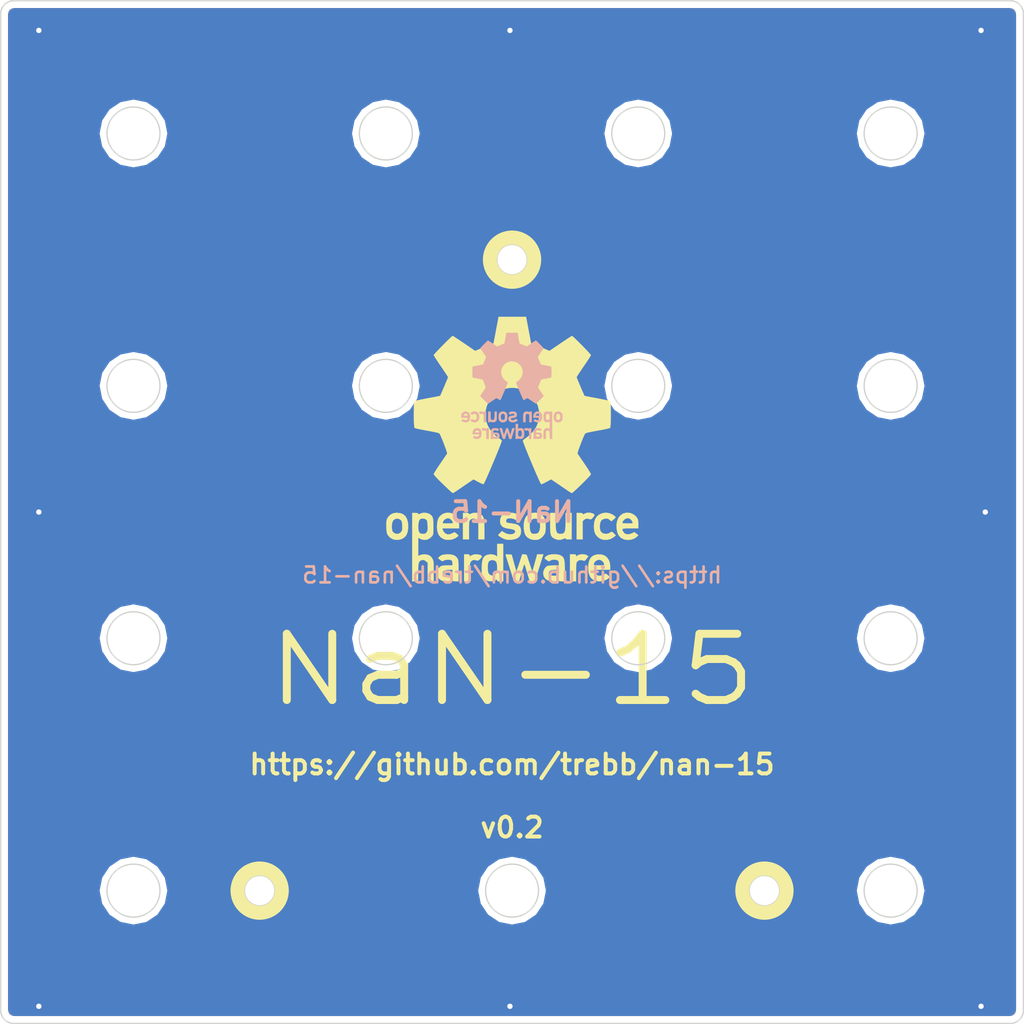
<source format=kicad_pcb>
(kicad_pcb (version 4) (host pcbnew r6904-product)

  (general
    (links 2)
    (no_connects 0)
    (area 107.15625 59.53125 192.881251 145.256251)
    (thickness 1.6)
    (drawings 31)
    (tracks 29)
    (zones 0)
    (modules 5)
    (nets 2)
  )

  (page A4)
  (layers
    (0 F.Cu signal hide)
    (31 B.Cu signal hide)
    (32 B.Adhes user)
    (33 F.Adhes user)
    (34 B.Paste user)
    (35 F.Paste user)
    (36 B.SilkS user)
    (37 F.SilkS user)
    (38 B.Mask user)
    (39 F.Mask user)
    (40 Dwgs.User user)
    (41 Cmts.User user)
    (42 Eco1.User user)
    (43 Eco2.User user)
    (44 Edge.Cuts user)
    (45 Margin user)
    (46 B.CrtYd user)
    (47 F.CrtYd user)
    (48 B.Fab user)
    (49 F.Fab user)
  )

  (setup
    (last_trace_width 0.25)
    (trace_clearance 0.2)
    (zone_clearance 0.508)
    (zone_45_only no)
    (trace_min 0.2)
    (segment_width 0.2)
    (edge_width 0.15)
    (via_size 0.8)
    (via_drill 0.4)
    (via_min_size 0.4)
    (via_min_drill 0.3)
    (uvia_size 0.3)
    (uvia_drill 0.1)
    (uvias_allowed no)
    (uvia_min_size 0.2)
    (uvia_min_drill 0.1)
    (pcb_text_width 0.3)
    (pcb_text_size 1.5 1.5)
    (mod_edge_width 0.15)
    (mod_text_size 1 1)
    (mod_text_width 0.15)
    (pad_size 1.524 1.524)
    (pad_drill 0.762)
    (pad_to_mask_clearance 0.2)
    (aux_axis_origin 0 0)
    (visible_elements FFFFFF7F)
    (pcbplotparams
      (layerselection 0x0f0f0_ffffffff)
      (usegerberextensions true)
      (excludeedgelayer true)
      (linewidth 0.100000)
      (plotframeref false)
      (viasonmask false)
      (mode 1)
      (useauxorigin false)
      (hpglpennumber 1)
      (hpglpenspeed 20)
      (hpglpendiameter 15)
      (psnegative false)
      (psa4output false)
      (plotreference true)
      (plotvalue true)
      (plotinvisibletext false)
      (padsonsilk false)
      (subtractmaskfromsilk false)
      (outputformat 1)
      (mirror false)
      (drillshape 0)
      (scaleselection 1)
      (outputdirectory plot_files/))
  )

  (net 0 "")
  (net 1 GND)

  (net_class Default "This is the default net class."
    (clearance 0.2)
    (trace_width 0.25)
    (via_dia 0.8)
    (via_drill 0.4)
    (uvia_dia 0.3)
    (uvia_drill 0.1)
    (add_net GND)
  )

  (module Mounting_Holes:MountingHole_2.2mm_M2_Pad (layer F.Cu) (tedit 582C3DBC) (tstamp 582C3204)
    (at 150.01875 83.34375)
    (descr "Mounting Hole 2.2mm, M2")
    (tags "mounting hole 2.2mm m2")
    (path /582C2FD5)
    (fp_text reference W1 (at 0 -3.2) (layer F.SilkS) hide
      (effects (font (size 1 1) (thickness 0.15)))
    )
    (fp_text value TEST_1P (at 0 3.2) (layer F.Fab) hide
      (effects (font (size 1 1) (thickness 0.15)))
    )
    (fp_circle (center 0 0) (end 2.2 0) (layer Cmts.User) (width 0.15))
    (fp_circle (center 0 0) (end 2.45 0) (layer F.CrtYd) (width 0.05))
    (pad 1 thru_hole circle (at 0 0) (size 4.4 4.4) (drill 2.2) (layers *.Cu *.Mask F.SilkS)
      (net 1 GND))
  )

  (module Mounting_Holes:MountingHole_2.2mm_M2_Pad (layer F.Cu) (tedit 582C3D9B) (tstamp 582C3211)
    (at 130.96875 130.96875)
    (descr "Mounting Hole 2.2mm, M2")
    (tags "mounting hole 2.2mm m2")
    (path /582C30AF)
    (fp_text reference W2 (at 0 -3.2) (layer F.SilkS) hide
      (effects (font (size 1 1) (thickness 0.15)))
    )
    (fp_text value TEST_1P (at 0 3.2) (layer F.Fab) hide
      (effects (font (size 1 1) (thickness 0.15)))
    )
    (fp_circle (center 0 0) (end 2.2 0) (layer Cmts.User) (width 0.15))
    (fp_circle (center 0 0) (end 2.45 0) (layer F.CrtYd) (width 0.05))
    (pad 1 thru_hole circle (at 0 0) (size 4.4 4.4) (drill 2.2) (layers *.Cu *.Mask F.SilkS)
      (net 1 GND))
  )

  (module Mounting_Holes:MountingHole_2.2mm_M2_Pad (layer F.Cu) (tedit 582C3DA8) (tstamp 582C321E)
    (at 169.06875 130.96875)
    (descr "Mounting Hole 2.2mm, M2")
    (tags "mounting hole 2.2mm m2")
    (path /582C30DA)
    (fp_text reference W3 (at 0 -3.2) (layer F.SilkS) hide
      (effects (font (size 1 1) (thickness 0.15)))
    )
    (fp_text value TEST_1P (at 0 3.2) (layer F.Fab) hide
      (effects (font (size 1 1) (thickness 0.15)))
    )
    (fp_circle (center 0 0) (end 2.2 0) (layer Cmts.User) (width 0.15))
    (fp_circle (center 0 0) (end 2.45 0) (layer F.CrtYd) (width 0.05))
    (pad 1 thru_hole circle (at 0 0) (size 4.4 4.4) (drill 2.2) (layers *.Cu *.Mask F.SilkS)
      (net 1 GND))
  )

  (module Symbols:OSHW-Logo_19x20mm_SilkScreen locked (layer F.Cu) (tedit 0) (tstamp 582C49CE)
    (at 150.01875 97.63125)
    (descr "Open Source Hardware Logo")
    (tags "Logo OSHW")
    (attr virtual)
    (fp_text reference REF*** (at 0 0) (layer F.SilkS) hide
      (effects (font (size 1 1) (thickness 0.15)))
    )
    (fp_text value OSHW-Logo_19x20mm_SilkScreen (at 0.75 0) (layer F.Fab) hide
      (effects (font (size 1 1) (thickness 0.15)))
    )
    (fp_poly (pts (xy -6.320808 4.865166) (xy -6.233015 4.90854) (xy -6.124751 4.984122) (xy -6.045845 5.066542)
      (xy -5.991805 5.170037) (xy -5.958141 5.308843) (xy -5.940363 5.497194) (xy -5.93398 5.749328)
      (xy -5.933607 5.857724) (xy -5.934696 6.095287) (xy -5.939222 6.265068) (xy -5.949068 6.38255)
      (xy -5.966118 6.463215) (xy -5.992259 6.522545) (xy -6.019458 6.56302) (xy -6.19308 6.735225)
      (xy -6.397538 6.838806) (xy -6.618104 6.86996) (xy -6.840046 6.824885) (xy -6.91036 6.793009)
      (xy -7.078689 6.705271) (xy -7.078689 8.080172) (xy -6.955838 8.016643) (xy -6.793967 7.967491)
      (xy -6.595005 7.9549) (xy -6.396328 7.978147) (xy -6.24629 8.03037) (xy -6.121841 8.129826)
      (xy -6.015508 8.272143) (xy -6.007513 8.286755) (xy -5.973793 8.355582) (xy -5.949166 8.424956)
      (xy -5.932214 8.508996) (xy -5.921519 8.621816) (xy -5.915662 8.777533) (xy -5.913227 8.990265)
      (xy -5.912787 9.229664) (xy -5.912787 9.993443) (xy -6.37082 9.993443) (xy -6.37082 8.585108)
      (xy -6.498933 8.477308) (xy -6.632018 8.391079) (xy -6.758048 8.375401) (xy -6.884778 8.415747)
      (xy -6.952317 8.455254) (xy -7.002586 8.511527) (xy -7.038338 8.596572) (xy -7.062328 8.722394)
      (xy -7.077311 8.900998) (xy -7.08604 9.144391) (xy -7.089114 9.306394) (xy -7.099508 9.972623)
      (xy -7.318115 9.985209) (xy -7.536721 9.997795) (xy -7.536721 5.863464) (xy -7.078689 5.863464)
      (xy -7.067011 6.093953) (xy -7.027662 6.25395) (xy -6.954166 6.353497) (xy -6.840049 6.402639)
      (xy -6.724754 6.412459) (xy -6.594238 6.401175) (xy -6.507617 6.356764) (xy -6.453451 6.298081)
      (xy -6.41081 6.234962) (xy -6.385426 6.164645) (xy -6.374131 6.066123) (xy -6.37376 5.918387)
      (xy -6.37756 5.794683) (xy -6.386288 5.608328) (xy -6.39928 5.485982) (xy -6.421159 5.408377)
      (xy -6.456546 5.356245) (xy -6.489941 5.326111) (xy -6.629475 5.260399) (xy -6.794619 5.249787)
      (xy -6.889446 5.272423) (xy -6.983334 5.352881) (xy -7.045526 5.509392) (xy -7.075669 5.740852)
      (xy -7.078689 5.863464) (xy -7.536721 5.863464) (xy -7.536721 4.830164) (xy -7.307705 4.830164)
      (xy -7.170206 4.835602) (xy -7.099267 4.854909) (xy -7.078697 4.892576) (xy -7.078689 4.893692)
      (xy -7.069145 4.930581) (xy -7.027051 4.926393) (xy -6.943361 4.885859) (xy -6.748354 4.82385)
      (xy -6.528954 4.817332) (xy -6.320808 4.865166)) (layer F.SilkS) (width 0.01))
    (fp_poly (pts (xy -4.583779 7.969247) (xy -4.387889 8.021514) (xy -4.238767 8.116253) (xy -4.133535 8.240338)
      (xy -4.100821 8.293296) (xy -4.076669 8.348768) (xy -4.059784 8.41973) (xy -4.048873 8.519154)
      (xy -4.04264 8.660016) (xy -4.039791 8.855289) (xy -4.039032 9.117948) (xy -4.039016 9.187633)
      (xy -4.039016 9.993443) (xy -4.238885 9.993443) (xy -4.36637 9.984515) (xy -4.460634 9.961896)
      (xy -4.484251 9.947946) (xy -4.548815 9.92387) (xy -4.614759 9.947946) (xy -4.723332 9.978003)
      (xy -4.881042 9.9901) (xy -5.055844 9.984851) (xy -5.215693 9.962869) (xy -5.309016 9.934663)
      (xy -5.489609 9.818731) (xy -5.60247 9.657847) (xy -5.653209 9.443936) (xy -5.65368 9.438443)
      (xy -5.649227 9.343547) (xy -5.246557 9.343547) (xy -5.211354 9.451484) (xy -5.154014 9.512229)
      (xy -5.038913 9.558172) (xy -4.886986 9.576512) (xy -4.732061 9.567485) (xy -4.607964 9.531332)
      (xy -4.573197 9.508137) (xy -4.512444 9.40096) (xy -4.497049 9.27912) (xy -4.497049 9.119017)
      (xy -4.727403 9.119017) (xy -4.946241 9.135863) (xy -5.112137 9.183593) (xy -5.215338 9.257986)
      (xy -5.246557 9.343547) (xy -5.649227 9.343547) (xy -5.642713 9.204731) (xy -5.565631 9.019946)
      (xy -5.420714 8.880206) (xy -5.400683 8.867495) (xy -5.31461 8.826105) (xy -5.208073 8.801041)
      (xy -5.059141 8.788858) (xy -4.882213 8.786057) (xy -4.497049 8.785902) (xy -4.497049 8.624443)
      (xy -4.513387 8.499168) (xy -4.555078 8.415241) (xy -4.559959 8.410773) (xy -4.652736 8.374059)
      (xy -4.792784 8.359828) (xy -4.947555 8.366821) (xy -5.084499 8.39378) (xy -5.165759 8.434212)
      (xy -5.20979 8.466601) (xy -5.256285 8.472784) (xy -5.320451 8.446248) (xy -5.417495 8.380479)
      (xy -5.562626 8.268963) (xy -5.575947 8.258516) (xy -5.569121 8.219862) (xy -5.512178 8.155572)
      (xy -5.42563 8.084131) (xy -5.329992 8.024021) (xy -5.299944 8.009827) (xy -5.190341 7.981503)
      (xy -5.029735 7.9613) (xy -4.850302 7.953196) (xy -4.841911 7.95318) (xy -4.583779 7.969247)) (layer F.SilkS) (width 0.01))
    (fp_poly (pts (xy -3.289475 7.95754) (xy -3.227163 7.976218) (xy -3.207075 8.017255) (xy -3.20623 8.035782)
      (xy -3.202625 8.087383) (xy -3.1778 8.095484) (xy -3.110737 8.060108) (xy -3.070902 8.035937)
      (xy -2.945227 7.984175) (xy -2.795123 7.958581) (xy -2.637737 7.956613) (xy -2.490214 7.975729)
      (xy -2.3697 8.013387) (xy -2.29334 8.067044) (xy -2.278281 8.134158) (xy -2.285881 8.152333)
      (xy -2.341282 8.227777) (xy -2.42719 8.320568) (xy -2.442728 8.335568) (xy -2.524612 8.40454)
      (xy -2.595263 8.426825) (xy -2.694068 8.411272) (xy -2.733652 8.400938) (xy -2.856828 8.376116)
      (xy -2.943436 8.387278) (xy -3.016576 8.426646) (xy -3.083574 8.479479) (xy -3.132918 8.545924)
      (xy -3.167209 8.638652) (xy -3.189048 8.770334) (xy -3.201034 8.953641) (xy -3.205769 9.201246)
      (xy -3.20623 9.350744) (xy -3.20623 9.993443) (xy -3.622623 9.993443) (xy -3.622623 7.953115)
      (xy -3.414426 7.953115) (xy -3.289475 7.95754)) (layer F.SilkS) (width 0.01))
    (fp_poly (pts (xy -0.66623 9.993443) (xy -0.895246 9.993443) (xy -1.028175 9.989546) (xy -1.097405 9.973407)
      (xy -1.122332 9.938354) (xy -1.124262 9.914653) (xy -1.128466 9.867123) (xy -1.154974 9.858008)
      (xy -1.224633 9.887308) (xy -1.278804 9.914653) (xy -1.486777 9.979451) (xy -1.712853 9.983201)
      (xy -1.896655 9.934873) (xy -2.067813 9.818118) (xy -2.198284 9.645781) (xy -2.269727 9.442506)
      (xy -2.271546 9.431141) (xy -2.282161 9.307136) (xy -2.28744 9.129117) (xy -2.287016 8.99448)
      (xy -1.832172 8.99448) (xy -1.821635 9.173428) (xy -1.797666 9.320924) (xy -1.765217 9.404217)
      (xy -1.642456 9.518041) (xy -1.496701 9.558845) (xy -1.346393 9.525848) (xy -1.217951 9.427422)
      (xy -1.169308 9.361224) (xy -1.140866 9.282231) (xy -1.127544 9.166926) (xy -1.124262 8.993736)
      (xy -1.130135 8.822229) (xy -1.145647 8.67154) (xy -1.167638 8.570698) (xy -1.171303 8.561659)
      (xy -1.259988 8.454195) (xy -1.389428 8.395195) (xy -1.534257 8.385669) (xy -1.669109 8.426626)
      (xy -1.768617 8.519076) (xy -1.77894 8.537473) (xy -1.81125 8.649646) (xy -1.828852 8.810934)
      (xy -1.832172 8.99448) (xy -2.287016 8.99448) (xy -2.2868 8.926212) (xy -2.283806 8.81701)
      (xy -2.263442 8.546856) (xy -2.221117 8.344024) (xy -2.150706 8.194077) (xy -2.046088 8.082579)
      (xy -1.944521 8.017127) (xy -1.802616 7.971117) (xy -1.626121 7.955336) (xy -1.445393 7.96819)
      (xy -1.290787 8.008081) (xy -1.209101 8.055801) (xy -1.124262 8.132579) (xy -1.124262 7.161967)
      (xy -0.66623 7.161967) (xy -0.66623 9.993443)) (layer F.SilkS) (width 0.01))
    (fp_poly (pts (xy 1.096942 7.973935) (xy 1.312248 8.619344) (xy 1.527555 9.264754) (xy 1.595064 9.035738)
      (xy 1.635691 8.894204) (xy 1.689133 8.702936) (xy 1.746842 8.492693) (xy 1.777355 8.379918)
      (xy 1.892136 7.953115) (xy 2.365687 7.953115) (xy 2.224139 8.400738) (xy 2.154433 8.620903)
      (xy 2.070223 8.886471) (xy 1.982281 9.163492) (xy 1.903772 9.410492) (xy 1.724952 9.972623)
      (xy 1.531882 9.985185) (xy 1.338811 9.997746) (xy 1.234118 9.65207) (xy 1.169553 9.437335)
      (xy 1.099092 9.200604) (xy 1.037511 8.991526) (xy 1.035081 8.983205) (xy 0.989085 8.841537)
      (xy 0.948503 8.744874) (xy 0.92008 8.708321) (xy 0.914239 8.712549) (xy 0.893738 8.769217)
      (xy 0.854785 8.890605) (xy 0.802122 9.061448) (xy 0.740491 9.266482) (xy 0.707143 9.379262)
      (xy 0.526546 9.993443) (xy 0.143267 9.993443) (xy -0.163133 9.025328) (xy -0.249209 8.753759)
      (xy -0.32762 8.507138) (xy -0.394661 8.297048) (xy -0.446631 8.135076) (xy -0.479826 8.032808)
      (xy -0.489916 8.002928) (xy -0.481928 7.972334) (xy -0.419208 7.958935) (xy -0.288685 7.960275)
      (xy -0.268253 7.961288) (xy -0.026208 7.973935) (xy 0.132317 8.556885) (xy 0.190585 8.769486)
      (xy 0.242655 8.956377) (xy 0.283944 9.101331) (xy 0.309866 9.18812) (xy 0.314656 9.202269)
      (xy 0.334504 9.185998) (xy 0.37453 9.101697) (xy 0.430138 8.960842) (xy 0.496731 8.774911)
      (xy 0.553024 8.606956) (xy 0.767578 7.949209) (xy 1.096942 7.973935)) (layer F.SilkS) (width 0.01))
    (fp_poly (pts (xy 3.43867 7.96548) (xy 3.614179 8.008109) (xy 3.664912 8.030693) (xy 3.763254 8.089847)
      (xy 3.838727 8.156472) (xy 3.894571 8.242135) (xy 3.934026 8.358405) (xy 3.960332 8.516848)
      (xy 3.976729 8.729034) (xy 3.986457 9.006529) (xy 3.990151 9.191885) (xy 4.003745 9.993443)
      (xy 3.771544 9.993443) (xy 3.630677 9.987536) (xy 3.558102 9.96735) (xy 3.539344 9.933453)
      (xy 3.529441 9.896799) (xy 3.485166 9.903807) (xy 3.424836 9.933197) (xy 3.273803 9.978246)
      (xy 3.079693 9.990385) (xy 2.875531 9.970529) (xy 2.69434 9.919592) (xy 2.678089 9.912522)
      (xy 2.512491 9.796188) (xy 2.403324 9.634467) (xy 2.353091 9.44543) (xy 2.356928 9.377515)
      (xy 2.766763 9.377515) (xy 2.802875 9.468914) (xy 2.909942 9.534411) (xy 3.082684 9.569563)
      (xy 3.175 9.574231) (xy 3.32885 9.562282) (xy 3.431115 9.515844) (xy 3.456066 9.493771)
      (xy 3.523661 9.373681) (xy 3.539344 9.264754) (xy 3.539344 9.119017) (xy 3.336352 9.119017)
      (xy 3.100387 9.131043) (xy 2.934881 9.168871) (xy 2.830305 9.235121) (xy 2.806891 9.264656)
      (xy 2.766763 9.377515) (xy 2.356928 9.377515) (xy 2.364295 9.247148) (xy 2.43944 9.057692)
      (xy 2.541968 8.929656) (xy 2.604065 8.874302) (xy 2.664855 8.837924) (xy 2.743952 8.815744)
      (xy 2.860971 8.802982) (xy 3.035527 8.794857) (xy 3.104763 8.792521) (xy 3.539344 8.778321)
      (xy 3.538707 8.646784) (xy 3.521876 8.508519) (xy 3.461026 8.424917) (xy 3.338095 8.371507)
      (xy 3.334797 8.370555) (xy 3.160504 8.349555) (xy 2.989952 8.376985) (xy 2.8632 8.443689)
      (xy 2.812342 8.476625) (xy 2.757565 8.472068) (xy 2.673272 8.424349) (xy 2.623773 8.390671)
      (xy 2.526955 8.318716) (xy 2.466982 8.264779) (xy 2.457359 8.249337) (xy 2.496985 8.169424)
      (xy 2.614064 8.073989) (xy 2.664918 8.041789) (xy 2.811113 7.986332) (xy 3.008137 7.954913)
      (xy 3.226989 7.947855) (xy 3.43867 7.96548)) (layer F.SilkS) (width 0.01))
    (fp_poly (pts (xy 5.415107 7.95246) (xy 5.575182 7.984017) (xy 5.666312 8.030743) (xy 5.762179 8.10837)
      (xy 5.625787 8.280579) (xy 5.541694 8.384867) (xy 5.484592 8.435746) (xy 5.427844 8.443519)
      (xy 5.344811 8.418488) (xy 5.305833 8.404327) (xy 5.146926 8.383433) (xy 5.001399 8.42822)
      (xy 4.89456 8.529399) (xy 4.877205 8.561659) (xy 4.858303 8.647115) (xy 4.843716 8.804606)
      (xy 4.834126 9.022969) (xy 4.830219 9.291038) (xy 4.830164 9.329172) (xy 4.830164 9.993443)
      (xy 4.372131 9.993443) (xy 4.372131 7.953115) (xy 4.601148 7.953115) (xy 4.733199 7.956563)
      (xy 4.801992 7.971907) (xy 4.82743 8.006648) (xy 4.830164 8.039416) (xy 4.830164 8.125717)
      (xy 4.939878 8.039416) (xy 5.06568 7.980538) (xy 5.234681 7.951426) (xy 5.415107 7.95246)) (layer F.SilkS) (width 0.01))
    (fp_poly (pts (xy 6.730842 7.963999) (xy 6.929876 8.015746) (xy 7.096561 8.122544) (xy 7.177269 8.202326)
      (xy 7.309568 8.390931) (xy 7.38539 8.60972) (xy 7.411438 8.878668) (xy 7.411571 8.90041)
      (xy 7.411803 9.119017) (xy 6.153595 9.119017) (xy 6.180415 9.233525) (xy 6.228841 9.337232)
      (xy 6.313596 9.44529) (xy 6.331323 9.462541) (xy 6.48368 9.555904) (xy 6.657424 9.571738)
      (xy 6.857411 9.510313) (xy 6.891311 9.493771) (xy 6.995288 9.443484) (xy 7.064931 9.414834)
      (xy 7.077083 9.412184) (xy 7.119501 9.437913) (xy 7.200399 9.500861) (xy 7.241465 9.535259)
      (xy 7.32656 9.614276) (xy 7.354503 9.666451) (xy 7.33511 9.714446) (xy 7.324743 9.72757)
      (xy 7.254531 9.785008) (xy 7.138674 9.854813) (xy 7.057869 9.895564) (xy 6.828501 9.967362)
      (xy 6.574564 9.990625) (xy 6.334074 9.963059) (xy 6.266721 9.943321) (xy 6.058262 9.831612)
      (xy 5.903746 9.659721) (xy 5.802278 9.425979) (xy 5.752965 9.128716) (xy 5.747551 8.973279)
      (xy 5.763359 8.746973) (xy 6.162623 8.746973) (xy 6.20124 8.763702) (xy 6.305042 8.776829)
      (xy 6.455956 8.784575) (xy 6.558197 8.785902) (xy 6.742101 8.784623) (xy 6.858174 8.778638)
      (xy 6.921852 8.764724) (xy 6.948567 8.739655) (xy 6.95377 8.70328) (xy 6.918073 8.591229)
      (xy 6.828196 8.480488) (xy 6.709966 8.395489) (xy 6.59169 8.360718) (xy 6.431044 8.391563)
      (xy 6.291978 8.480732) (xy 6.195557 8.609263) (xy 6.162623 8.746973) (xy 5.763359 8.746973)
      (xy 5.770572 8.643733) (xy 5.841624 8.381175) (xy 5.96221 8.183525) (xy 6.133834 8.048702)
      (xy 6.357998 7.974626) (xy 6.479438 7.96036) (xy 6.730842 7.963999)) (layer F.SilkS) (width 0.01))
    (fp_poly (pts (xy -8.40539 4.851802) (xy -8.187553 4.948108) (xy -8.022184 5.108919) (xy -7.909043 5.334482)
      (xy -7.847888 5.625042) (xy -7.843505 5.670408) (xy -7.84007 5.990256) (xy -7.884602 6.270614)
      (xy -7.974391 6.497847) (xy -8.022471 6.570941) (xy -8.189945 6.725643) (xy -8.403232 6.825838)
      (xy -8.641846 6.867418) (xy -8.885303 6.846272) (xy -9.07037 6.781145) (xy -9.229521 6.671393)
      (xy -9.359596 6.527496) (xy -9.361846 6.52413) (xy -9.41467 6.435314) (xy -9.448999 6.346005)
      (xy -9.469788 6.233294) (xy -9.481991 6.074273) (xy -9.487367 5.943868) (xy -9.489605 5.825611)
      (xy -9.073294 5.825611) (xy -9.069225 5.943335) (xy -9.054455 6.100049) (xy -9.028398 6.200621)
      (xy -8.981407 6.272173) (xy -8.937397 6.313971) (xy -8.781377 6.401484) (xy -8.618131 6.413179)
      (xy -8.466096 6.350212) (xy -8.39008 6.279653) (xy -8.335303 6.20855) (xy -8.303263 6.140512)
      (xy -8.2892 6.051967) (xy -8.288358 5.919339) (xy -8.292691 5.797195) (xy -8.302011 5.62271)
      (xy -8.316788 5.509538) (xy -8.34342 5.435721) (xy -8.388309 5.379298) (xy -8.42388 5.34705)
      (xy -8.572671 5.26234) (xy -8.733187 5.258117) (xy -8.86778 5.308292) (xy -8.9826 5.413075)
      (xy -9.051004 5.585198) (xy -9.073294 5.825611) (xy -9.489605 5.825611) (xy -9.492276 5.684548)
      (xy -9.483893 5.49061) (xy -9.458772 5.344745) (xy -9.413468 5.229641) (xy -9.344536 5.127986)
      (xy -9.318978 5.097802) (xy -9.159175 4.947412) (xy -8.987769 4.859566) (xy -8.778151 4.822762)
      (xy -8.675936 4.819754) (xy -8.40539 4.851802)) (layer F.SilkS) (width 0.01))
    (fp_poly (pts (xy -4.492675 4.876526) (xy -4.451181 4.896061) (xy -4.307566 5.001263) (xy -4.171764 5.154793)
      (xy -4.070362 5.323845) (xy -4.04152 5.401567) (xy -4.015206 5.540398) (xy -3.999515 5.708177)
      (xy -3.997609 5.777459) (xy -3.997377 5.996066) (xy -5.255585 5.996066) (xy -5.228766 6.110574)
      (xy -5.162934 6.246004) (xy -5.047839 6.363046) (xy -4.910913 6.438442) (xy -4.823658 6.454098)
      (xy -4.705328 6.435099) (xy -4.564149 6.387446) (xy -4.516189 6.365521) (xy -4.338829 6.276944)
      (xy -4.18747 6.392391) (xy -4.100131 6.470474) (xy -4.053658 6.534922) (xy -4.051305 6.553837)
      (xy -4.092822 6.599681) (xy -4.18381 6.669349) (xy -4.266395 6.7237) (xy -4.489249 6.821405)
      (xy -4.739087 6.865628) (xy -4.98671 6.85413) (xy -5.184098 6.794029) (xy -5.387576 6.665284)
      (xy -5.532179 6.495774) (xy -5.622639 6.276462) (xy -5.663689 5.998309) (xy -5.667329 5.871034)
      (xy -5.652761 5.579375) (xy -5.650972 5.570891) (xy -5.234059 5.570891) (xy -5.222577 5.598242)
      (xy -5.175384 5.613324) (xy -5.078049 5.619788) (xy -4.916136 5.621285) (xy -4.85379 5.621312)
      (xy -4.664103 5.619052) (xy -4.543811 5.610844) (xy -4.479116 5.59455) (xy -4.45622 5.568027)
      (xy -4.45541 5.55951) (xy -4.48154 5.491825) (xy -4.546937 5.397005) (xy -4.575052 5.363805)
      (xy -4.679426 5.269906) (xy -4.788225 5.232988) (xy -4.846843 5.229902) (xy -5.005426 5.268493)
      (xy -5.138413 5.372155) (xy -5.222772 5.522717) (xy -5.224267 5.527623) (xy -5.234059 5.570891)
      (xy -5.650972 5.570891) (xy -5.604316 5.349722) (xy -5.517045 5.165983) (xy -5.410311 5.035557)
      (xy -5.21298 4.894131) (xy -4.981015 4.818556) (xy -4.734288 4.811724) (xy -4.492675 4.876526)) (layer F.SilkS) (width 0.01))
    (fp_poly (pts (xy 0.046418 4.823003) (xy 0.2041 4.852907) (xy 0.367685 4.915452) (xy 0.385164 4.923426)
      (xy 0.509217 4.988656) (xy 0.595129 5.049274) (xy 0.622898 5.088106) (xy 0.596453 5.151437)
      (xy 0.53222 5.244881) (xy 0.503708 5.279762) (xy 0.386211 5.417066) (xy 0.234732 5.327691)
      (xy 0.09057 5.268152) (xy -0.076 5.236326) (xy -0.235738 5.234316) (xy -0.359406 5.264221)
      (xy -0.389084 5.282886) (xy -0.445602 5.368466) (xy -0.452471 5.467049) (xy -0.41018 5.544062)
      (xy -0.385164 5.558998) (xy -0.310204 5.577547) (xy -0.178439 5.599348) (xy -0.016009 5.62018)
      (xy 0.013956 5.623447) (xy 0.27484 5.668575) (xy 0.464055 5.74523) (xy 0.589543 5.860491)
      (xy 0.659243 6.021435) (xy 0.680956 6.218015) (xy 0.650961 6.441473) (xy 0.553559 6.616949)
      (xy 0.388361 6.744758) (xy 0.154977 6.825218) (xy -0.104098 6.856962) (xy -0.315367 6.85658)
      (xy -0.486735 6.827749) (xy -0.60377 6.787944) (xy -0.75165 6.718587) (xy -0.888313 6.638097)
      (xy -0.936885 6.60267) (xy -1.061803 6.500705) (xy -0.760491 6.195813) (xy -0.589204 6.309165)
      (xy -0.417406 6.3943) (xy -0.233952 6.43883) (xy -0.057603 6.443528) (xy 0.092881 6.40917)
      (xy 0.19874 6.336529) (xy 0.232921 6.275238) (xy 0.227794 6.176941) (xy 0.142857 6.101773)
      (xy -0.021657 6.049866) (xy -0.201899 6.025875) (xy -0.479291 5.980104) (xy -0.685365 5.893748)
      (xy -0.822878 5.76428) (xy -0.894587 5.589172) (xy -0.904521 5.381565) (xy -0.855452 5.164714)
      (xy -0.74358 5.000805) (xy -0.567903 4.889088) (xy -0.327419 4.828814) (xy -0.149257 4.816999)
      (xy 0.046418 4.823003)) (layer F.SilkS) (width 0.01))
    (fp_poly (pts (xy 2.022521 4.854805) (xy 2.233136 4.969505) (xy 2.397915 5.150574) (xy 2.475554 5.297838)
      (xy 2.508886 5.427907) (xy 2.530483 5.613333) (xy 2.539739 5.826939) (xy 2.536045 6.04155)
      (xy 2.518794 6.229991) (xy 2.498643 6.330637) (xy 2.430667 6.468323) (xy 2.312942 6.614566)
      (xy 2.171065 6.742452) (xy 2.030632 6.825063) (xy 2.027207 6.826373) (xy 1.852945 6.862472)
      (xy 1.646427 6.863365) (xy 1.450174 6.830501) (xy 1.374396 6.804161) (xy 1.179221 6.693484)
      (xy 1.039438 6.548478) (xy 0.947599 6.356503) (xy 0.896254 6.10492) (xy 0.884637 5.973142)
      (xy 0.886119 5.807553) (xy 1.332459 5.807553) (xy 1.347494 6.049177) (xy 1.390772 6.233303)
      (xy 1.459551 6.350949) (xy 1.50855 6.38459) (xy 1.634093 6.40805) (xy 1.783318 6.401104)
      (xy 1.912333 6.367345) (xy 1.946166 6.348772) (xy 2.035428 6.240599) (xy 2.094345 6.075051)
      (xy 2.119424 5.873581) (xy 2.107174 5.657646) (xy 2.079796 5.52769) (xy 2.001191 5.377191)
      (xy 1.877104 5.283114) (xy 1.727661 5.250587) (xy 1.572987 5.284738) (xy 1.454174 5.368273)
      (xy 1.391735 5.437193) (xy 1.355293 5.505126) (xy 1.337923 5.597064) (xy 1.332699 5.737999)
      (xy 1.332459 5.807553) (xy 0.886119 5.807553) (xy 0.887785 5.621495) (xy 0.945056 5.333134)
      (xy 1.056457 5.108049) (xy 1.221993 4.94623) (xy 1.44167 4.847666) (xy 1.488842 4.836236)
      (xy 1.772336 4.809406) (xy 2.022521 4.854805)) (layer F.SilkS) (width 0.01))
    (fp_poly (pts (xy 3.289508 5.478311) (xy 3.293444 5.783698) (xy 3.307823 6.01566) (xy 3.336504 6.183786)
      (xy 3.383348 6.297671) (xy 3.452211 6.366905) (xy 3.546954 6.40108) (xy 3.664262 6.409811)
      (xy 3.787123 6.400028) (xy 3.880444 6.364287) (xy 3.948084 6.292995) (xy 3.993901 6.176561)
      (xy 4.021755 6.005391) (xy 4.035504 5.769896) (xy 4.039016 5.478311) (xy 4.039016 4.830164)
      (xy 4.497049 4.830164) (xy 4.497049 6.828853) (xy 4.268033 6.828853) (xy 4.129971 6.823258)
      (xy 4.058878 6.803611) (xy 4.039016 6.766313) (xy 4.027054 6.733094) (xy 3.979447 6.740121)
      (xy 3.883485 6.787132) (xy 3.663548 6.859654) (xy 3.430274 6.854516) (xy 3.206755 6.775766)
      (xy 3.100313 6.713558) (xy 3.019122 6.646204) (xy 2.959808 6.561928) (xy 2.918996 6.448957)
      (xy 2.893312 6.295515) (xy 2.879381 6.089827) (xy 2.873829 5.820118) (xy 2.873115 5.611551)
      (xy 2.873115 4.830164) (xy 3.289508 4.830164) (xy 3.289508 5.478311)) (layer F.SilkS) (width 0.01))
    (fp_poly (pts (xy 7.342288 4.847602) (xy 7.583543 4.95009) (xy 7.659531 4.999981) (xy 7.756648 5.076651)
      (xy 7.817612 5.136936) (xy 7.828197 5.156571) (xy 7.798308 5.200142) (xy 7.721819 5.274077)
      (xy 7.660582 5.325679) (xy 7.492967 5.460378) (xy 7.360614 5.34901) (xy 7.258336 5.277113)
      (xy 7.15861 5.252296) (xy 7.044475 5.258357) (xy 6.863234 5.303418) (xy 6.738475 5.396949)
      (xy 6.662658 5.548154) (xy 6.62824 5.766236) (xy 6.628231 5.766373) (xy 6.631208 6.010124)
      (xy 6.677467 6.188966) (xy 6.769742 6.31073) (xy 6.83265 6.351964) (xy 6.999717 6.403311)
      (xy 7.178162 6.403342) (xy 7.333415 6.353522) (xy 7.370164 6.32918) (xy 7.46233 6.267004)
      (xy 7.534387 6.256813) (xy 7.612102 6.303092) (xy 7.698018 6.386212) (xy 7.834011 6.526521)
      (xy 7.683023 6.650978) (xy 7.44974 6.791443) (xy 7.186673 6.860666) (xy 6.91176 6.855653)
      (xy 6.731216 6.809755) (xy 6.520194 6.696249) (xy 6.351426 6.517685) (xy 6.274753 6.391639)
      (xy 6.212654 6.210791) (xy 6.181581 5.981745) (xy 6.181342 5.73351) (xy 6.211743 5.495093)
      (xy 6.272592 5.295503) (xy 6.282176 5.275039) (xy 6.424102 5.074341) (xy 6.616259 4.928217)
      (xy 6.843464 4.839698) (xy 7.090535 4.811815) (xy 7.342288 4.847602)) (layer F.SilkS) (width 0.01))
    (fp_poly (pts (xy 8.867792 4.823019) (xy 8.974414 4.848922) (xy 9.17883 4.943772) (xy 9.353625 5.088633)
      (xy 9.474597 5.26232) (xy 9.491217 5.301317) (xy 9.514016 5.403465) (xy 9.529975 5.554573)
      (xy 9.53541 5.707301) (xy 9.53541 5.996066) (xy 8.931639 5.996066) (xy 8.682619 5.997007)
      (xy 8.507189 6.002723) (xy 8.395665 6.01755) (xy 8.33836 6.045827) (xy 8.325588 6.09189)
      (xy 8.347662 6.160077) (xy 8.387205 6.239863) (xy 8.497509 6.373017) (xy 8.650792 6.439355)
      (xy 8.838141 6.437194) (xy 9.050363 6.364991) (xy 9.233773 6.275883) (xy 9.385962 6.39622)
      (xy 9.538151 6.516558) (xy 9.394974 6.648843) (xy 9.203828 6.773832) (xy 8.968753 6.849189)
      (xy 8.715898 6.870278) (xy 8.471413 6.83246) (xy 8.431967 6.819628) (xy 8.21709 6.707414)
      (xy 8.05725 6.540118) (xy 7.94908 6.312748) (xy 7.88921 6.020308) (xy 7.888513 6.01404)
      (xy 7.883152 5.695332) (xy 7.904823 5.581632) (xy 8.327869 5.581632) (xy 8.366722 5.599116)
      (xy 8.472205 5.612508) (xy 8.627707 5.620155) (xy 8.726249 5.621312) (xy 8.910013 5.620588)
      (xy 9.024914 5.615983) (xy 9.085366 5.603848) (xy 9.105783 5.58053) (xy 9.100581 5.542382)
      (xy 9.096217 5.527623) (xy 9.021724 5.388944) (xy 8.904566 5.277179) (xy 8.801173 5.228066)
      (xy 8.663816 5.231032) (xy 8.524629 5.292278) (xy 8.407874 5.393683) (xy 8.33781 5.517122)
      (xy 8.327869 5.581632) (xy 7.904823 5.581632) (xy 7.936579 5.41502) (xy 8.042572 5.17978)
      (xy 8.194911 4.996284) (xy 8.387374 4.871209) (xy 8.613742 4.811229) (xy 8.867792 4.823019)) (layer F.SilkS) (width 0.01))
    (fp_poly (pts (xy -2.496892 4.864563) (xy -2.39326 4.914062) (xy -2.292894 4.985561) (xy -2.216432 5.067853)
      (xy -2.160738 5.172811) (xy -2.122677 5.312313) (xy -2.099115 5.498233) (xy -2.086915 5.742448)
      (xy -2.082944 6.056833) (xy -2.082882 6.089754) (xy -2.081967 6.828853) (xy -2.54 6.828853)
      (xy -2.54 6.147481) (xy -2.540326 5.89505) (xy -2.542581 5.712093) (xy -2.548681 5.584807)
      (xy -2.560541 5.499386) (xy -2.580076 5.442026) (xy -2.609203 5.398924) (xy -2.649776 5.356334)
      (xy -2.791731 5.264824) (xy -2.946694 5.247843) (xy -3.094323 5.305701) (xy -3.145663 5.348763)
      (xy -3.183353 5.389249) (xy -3.210413 5.432607) (xy -3.228603 5.492463) (xy -3.239684 5.582441)
      (xy -3.245414 5.716168) (xy -3.247556 5.90727) (xy -3.247869 6.139911) (xy -3.247869 6.828853)
      (xy -3.705902 6.828853) (xy -3.705902 4.830164) (xy -3.476885 4.830164) (xy -3.339386 4.835602)
      (xy -3.268447 4.854909) (xy -3.247878 4.892576) (xy -3.247869 4.893692) (xy -3.238325 4.930581)
      (xy -3.196233 4.926395) (xy -3.112541 4.885861) (xy -2.922727 4.826224) (xy -2.705599 4.819591)
      (xy -2.496892 4.864563)) (layer F.SilkS) (width 0.01))
    (fp_poly (pts (xy 5.958869 4.828231) (xy 6.102092 4.871989) (xy 6.194306 4.92728) (xy 6.224344 4.971004)
      (xy 6.216076 5.022834) (xy 6.162427 5.104259) (xy 6.117063 5.161927) (xy 6.023546 5.266182)
      (xy 5.953287 5.310045) (xy 5.893393 5.307182) (xy 5.71572 5.261967) (xy 5.585234 5.26402)
      (xy 5.479273 5.315261) (xy 5.4437 5.345252) (xy 5.329836 5.450778) (xy 5.329836 6.828853)
      (xy 4.871803 6.828853) (xy 4.871803 4.830164) (xy 5.10082 4.830164) (xy 5.238318 4.835602)
      (xy 5.309258 4.854909) (xy 5.329827 4.892576) (xy 5.329836 4.893692) (xy 5.33955 4.933146)
      (xy 5.383478 4.928) (xy 5.444344 4.899536) (xy 5.570054 4.846569) (xy 5.672134 4.814703)
      (xy 5.80348 4.806533) (xy 5.958869 4.828231)) (layer F.SilkS) (width 0.01))
    (fp_poly (pts (xy 1.248305 -8.97404) (xy 1.436557 -7.975458) (xy 2.131183 -7.689111) (xy 2.825808 -7.402763)
      (xy 3.659128 -7.969414) (xy 3.892501 -8.127189) (xy 4.103457 -8.268061) (xy 4.282153 -8.385599)
      (xy 4.418744 -8.473371) (xy 4.503386 -8.524945) (xy 4.526437 -8.536065) (xy 4.567963 -8.507465)
      (xy 4.656698 -8.428396) (xy 4.782697 -8.308959) (xy 4.936014 -8.159256) (xy 5.106702 -7.989385)
      (xy 5.284814 -7.809449) (xy 5.460406 -7.629546) (xy 5.62353 -7.459778) (xy 5.764241 -7.310246)
      (xy 5.872592 -7.191048) (xy 5.938637 -7.112287) (xy 5.954426 -7.085928) (xy 5.931703 -7.037334)
      (xy 5.867999 -6.930874) (xy 5.770013 -6.776961) (xy 5.644441 -6.586009) (xy 5.497982 -6.368431)
      (xy 5.413115 -6.244329) (xy 5.258426 -6.017721) (xy 5.12097 -5.81323) (xy 5.007414 -5.641035)
      (xy 4.924428 -5.511315) (xy 4.878678 -5.434249) (xy 4.871803 -5.418053) (xy 4.887388 -5.372025)
      (xy 4.929868 -5.26475) (xy 4.992835 -5.111313) (xy 5.069879 -4.926794) (xy 5.15459 -4.726279)
      (xy 5.240558 -4.524848) (xy 5.321373 -4.337585) (xy 5.390627 -4.179572) (xy 5.441908 -4.065893)
      (xy 5.468809 -4.01163) (xy 5.470396 -4.009494) (xy 5.512635 -3.999133) (xy 5.625126 -3.976018)
      (xy 5.796209 -3.942421) (xy 6.014223 -3.900615) (xy 6.267509 -3.852873) (xy 6.415288 -3.825341)
      (xy 6.685938 -3.77381) (xy 6.930397 -3.724775) (xy 7.1363 -3.680919) (xy 7.291277 -3.644926)
      (xy 7.382962 -3.619479) (xy 7.401393 -3.611405) (xy 7.419445 -3.556758) (xy 7.43401 -3.433338)
      (xy 7.445098 -3.255577) (xy 7.452719 -3.037909) (xy 7.456884 -2.794765) (xy 7.457602 -2.540577)
      (xy 7.454882 -2.28978) (xy 7.448735 -2.056804) (xy 7.439171 -1.856082) (xy 7.426199 -1.702046)
      (xy 7.409829 -1.60913) (xy 7.400011 -1.589787) (xy 7.341323 -1.566602) (xy 7.216966 -1.533456)
      (xy 7.04339 -1.494242) (xy 6.837042 -1.452855) (xy 6.765011 -1.439466) (xy 6.417719 -1.375853)
      (xy 6.143383 -1.324622) (xy 5.932939 -1.283739) (xy 5.777322 -1.251166) (xy 5.667467 -1.224868)
      (xy 5.594311 -1.202808) (xy 5.548787 -1.182951) (xy 5.521833 -1.163259) (xy 5.518061 -1.159368)
      (xy 5.480415 -1.096676) (xy 5.422986 -0.974669) (xy 5.351508 -0.808288) (xy 5.271715 -0.612471)
      (xy 5.189343 -0.40216) (xy 5.110125 -0.192292) (xy 5.039796 0.002191) (xy 4.984089 0.16635)
      (xy 4.948741 0.285245) (xy 4.939484 0.343936) (xy 4.940256 0.345992) (xy 4.97162 0.393964)
      (xy 5.042774 0.499516) (xy 5.14624 0.65166) (xy 5.27454 0.83941) (xy 5.420199 1.05178)
      (xy 5.46168 1.11213) (xy 5.609587 1.330929) (xy 5.739739 1.530562) (xy 5.845045 1.699565)
      (xy 5.918416 1.826475) (xy 5.952763 1.899829) (xy 5.954426 1.908841) (xy 5.925569 1.956207)
      (xy 5.845831 2.050042) (xy 5.725462 2.180261) (xy 5.574713 2.336779) (xy 5.403836 2.50951)
      (xy 5.223079 2.688371) (xy 5.042694 2.863276) (xy 4.872932 3.02414) (xy 4.724042 3.160878)
      (xy 4.606276 3.263407) (xy 4.529883 3.32164) (xy 4.50875 3.331148) (xy 4.45956 3.308754)
      (xy 4.358847 3.248356) (xy 4.223017 3.160129) (xy 4.11851 3.089115) (xy 3.929149 2.958811)
      (xy 3.704899 2.805384) (xy 3.479964 2.652201) (xy 3.359032 2.570218) (xy 2.949704 2.293353)
      (xy 2.606102 2.479136) (xy 2.449565 2.560523) (xy 2.316454 2.623784) (xy 2.226389 2.659865)
      (xy 2.203463 2.664885) (xy 2.175895 2.627817) (xy 2.121508 2.523069) (xy 2.044363 2.360303)
      (xy 1.948518 2.149181) (xy 1.838034 1.899365) (xy 1.716971 1.620517) (xy 1.589389 1.322299)
      (xy 1.459347 1.014374) (xy 1.330906 0.706404) (xy 1.208126 0.40805) (xy 1.095067 0.128975)
      (xy 0.995788 -0.121159) (xy 0.914349 -0.33269) (xy 0.854811 -0.495957) (xy 0.821234 -0.601295)
      (xy 0.815834 -0.637473) (xy 0.858634 -0.683619) (xy 0.952344 -0.758528) (xy 1.077373 -0.846636)
      (xy 1.087867 -0.853606) (xy 1.41102 -1.112279) (xy 1.671587 -1.414062) (xy 1.86731 -1.749305)
      (xy 1.995932 -2.108358) (xy 2.055195 -2.481574) (xy 2.042839 -2.8593) (xy 1.956607 -3.231889)
      (xy 1.794241 -3.58969) (xy 1.746472 -3.667973) (xy 1.498009 -3.984081) (xy 1.204481 -4.237921)
      (xy 0.876047 -4.428173) (xy 0.522865 -4.553515) (xy 0.155095 -4.612628) (xy -0.217103 -4.604193)
      (xy -0.583571 -4.526888) (xy -0.934149 -4.379394) (xy -1.258677 -4.16039) (xy -1.359064 -4.071502)
      (xy -1.614551 -3.793256) (xy -1.800722 -3.500344) (xy -1.92843 -3.172014) (xy -1.999556 -2.846867)
      (xy -2.017114 -2.481298) (xy -1.958566 -2.113914) (xy -1.829858 -1.757134) (xy -1.636938 -1.423374)
      (xy -1.385752 -1.125053) (xy -1.082248 -0.874589) (xy -1.04236 -0.848187) (xy -0.915991 -0.761728)
      (xy -0.819927 -0.686816) (xy -0.774 -0.638985) (xy -0.773332 -0.637473) (xy -0.783192 -0.585733)
      (xy -0.822278 -0.468304) (xy -0.886528 -0.294846) (xy -0.97188 -0.075021) (xy -1.074273 0.181513)
      (xy -1.189646 0.465096) (xy -1.313937 0.766067) (xy -1.443084 1.074767) (xy -1.573026 1.381536)
      (xy -1.699702 1.676714) (xy -1.819049 1.95064) (xy -1.927006 2.193656) (xy -2.019512 2.396101)
      (xy -2.092504 2.548315) (xy -2.141923 2.640638) (xy -2.161823 2.664885) (xy -2.222634 2.646004)
      (xy -2.336418 2.595364) (xy -2.483555 2.522017) (xy -2.564462 2.479136) (xy -2.908065 2.293353)
      (xy -3.317393 2.570218) (xy -3.526346 2.712054) (xy -3.755113 2.868141) (xy -3.969491 3.015109)
      (xy -4.076871 3.089115) (xy -4.227898 3.190531) (xy -4.355782 3.270898) (xy -4.443842 3.320041)
      (xy -4.472445 3.330429) (xy -4.514076 3.302405) (xy -4.606211 3.224172) (xy -4.739918 3.103852)
      (xy -4.906265 2.949568) (xy -5.09632 2.769443) (xy -5.216521 2.65379) (xy -5.426815 2.447167)
      (xy -5.608556 2.262358) (xy -5.754397 2.10727) (xy -5.856991 1.989807) (xy -5.908991 1.917875)
      (xy -5.91398 1.903278) (xy -5.890829 1.847753) (xy -5.826854 1.735484) (xy -5.729153 1.577837)
      (xy -5.60482 1.386179) (xy -5.460954 1.171876) (xy -5.420041 1.11213) (xy -5.270967 0.894982)
      (xy -5.137225 0.699475) (xy -5.026291 0.536599) (xy -4.945644 0.417337) (xy -4.902759 0.352678)
      (xy -4.898617 0.345992) (xy -4.904812 0.294462) (xy -4.9377 0.181166) (xy -4.991545 0.021042)
      (xy -5.060613 -0.170968) (xy -5.139169 -0.379926) (xy -5.22148 -0.590891) (xy -5.301811 -0.788924)
      (xy -5.374428 -0.959084) (xy -5.433595 -1.086433) (xy -5.47358 -1.156029) (xy -5.476422 -1.159368)
      (xy -5.500873 -1.179258) (xy -5.542169 -1.198927) (xy -5.609377 -1.220411) (xy -5.711559 -1.245747)
      (xy -5.857781 -1.276971) (xy -6.057107 -1.316118) (xy -6.318603 -1.365225) (xy -6.651331 -1.426328)
      (xy -6.723372 -1.439466) (xy -6.936885 -1.480718) (xy -7.123022 -1.521074) (xy -7.265334 -1.556639)
      (xy -7.347371 -1.58352) (xy -7.358372 -1.589787) (xy -7.376498 -1.645346) (xy -7.391233 -1.769505)
      (xy -7.402564 -1.947831) (xy -7.410484 -2.165891) (xy -7.414981 -2.409254) (xy -7.416046 -2.663486)
      (xy -7.41367 -2.914155) (xy -7.407841 -3.146829) (xy -7.398551 -3.347076) (xy -7.385789 -3.500462)
      (xy -7.369546 -3.592556) (xy -7.359754 -3.611405) (xy -7.305239 -3.630418) (xy -7.181104 -3.66135)
      (xy -6.999715 -3.701518) (xy -6.77344 -3.748238) (xy -6.514647 -3.798827) (xy -6.373649 -3.825341)
      (xy -6.106127 -3.87535) (xy -5.867562 -3.920654) (xy -5.669614 -3.958979) (xy -5.523943 -3.988053)
      (xy -5.442209 -4.005603) (xy -5.428757 -4.009494) (xy -5.406021 -4.053362) (xy -5.35796 -4.159024)
      (xy -5.290981 -4.311387) (xy -5.21149 -4.495354) (xy -5.125892 -4.69583) (xy -5.040595 -4.897719)
      (xy -4.962005 -5.085927) (xy -4.896527 -5.245358) (xy -4.850569 -5.360916) (xy -4.830537 -5.417506)
      (xy -4.830164 -5.419979) (xy -4.852874 -5.464621) (xy -4.916541 -5.567353) (xy -5.014475 -5.717963)
      (xy -5.139983 -5.906243) (xy -5.286374 -6.121982) (xy -5.371475 -6.245902) (xy -5.526545 -6.473117)
      (xy -5.664275 -6.679405) (xy -5.777947 -6.854329) (xy -5.860839 -6.987455) (xy -5.906231 -7.068347)
      (xy -5.912787 -7.08648) (xy -5.884605 -7.128688) (xy -5.806696 -7.218809) (xy -5.68901 -7.346746)
      (xy -5.5415 -7.502404) (xy -5.374119 -7.675685) (xy -5.196819 -7.856493) (xy -5.019552 -8.034733)
      (xy -4.85227 -8.200307) (xy -4.704925 -8.34312) (xy -4.58747 -8.453075) (xy -4.509857 -8.520076)
      (xy -4.483892 -8.536065) (xy -4.441616 -8.513581) (xy -4.340499 -8.450415) (xy -4.190373 -8.352997)
      (xy -4.00107 -8.227757) (xy -3.782421 -8.081125) (xy -3.617489 -7.969414) (xy -2.784169 -7.402763)
      (xy -2.089544 -7.689111) (xy -1.394918 -7.975458) (xy -1.206666 -8.97404) (xy -1.018413 -9.972623)
      (xy 1.060052 -9.972623) (xy 1.248305 -8.97404)) (layer F.SilkS) (width 0.01))
  )

  (module Symbols:OSHW-Logo_7.5x8mm_SilkScreen locked (layer B.Cu) (tedit 0) (tstamp 582C4CB4)
    (at 150.01875 92.86875 180)
    (descr "Open Source Hardware Logo")
    (tags "Logo OSHW")
    (attr virtual)
    (fp_text reference REF*** (at 0 0 180) (layer B.SilkS) hide
      (effects (font (size 1 1) (thickness 0.15)) (justify mirror))
    )
    (fp_text value OSHW-Logo_7.5x8mm_SilkScreen (at 0.75 0 180) (layer B.Fab) hide
      (effects (font (size 1 1) (thickness 0.15)) (justify mirror))
    )
    (fp_poly (pts (xy -2.53664 -1.952468) (xy -2.501408 -1.969874) (xy -2.45796 -2.000206) (xy -2.426294 -2.033283)
      (xy -2.404606 -2.074817) (xy -2.391097 -2.130522) (xy -2.383962 -2.206111) (xy -2.3814 -2.307296)
      (xy -2.38125 -2.350797) (xy -2.381688 -2.446135) (xy -2.383504 -2.514271) (xy -2.387455 -2.561418)
      (xy -2.394298 -2.59379) (xy -2.404789 -2.6176) (xy -2.415704 -2.633843) (xy -2.485381 -2.702952)
      (xy -2.567434 -2.744521) (xy -2.65595 -2.757023) (xy -2.745019 -2.738934) (xy -2.773237 -2.726142)
      (xy -2.84079 -2.690931) (xy -2.84079 -3.2427) (xy -2.791488 -3.217205) (xy -2.726527 -3.19748)
      (xy -2.64668 -3.192427) (xy -2.566948 -3.201756) (xy -2.506735 -3.222714) (xy -2.456792 -3.262627)
      (xy -2.414119 -3.319741) (xy -2.41091 -3.325605) (xy -2.397378 -3.353227) (xy -2.387495 -3.381068)
      (xy -2.380691 -3.414794) (xy -2.376399 -3.460071) (xy -2.374049 -3.522562) (xy -2.373072 -3.607935)
      (xy -2.372895 -3.70401) (xy -2.372895 -4.010526) (xy -2.556711 -4.010526) (xy -2.556711 -3.445339)
      (xy -2.608125 -3.402077) (xy -2.661534 -3.367472) (xy -2.712112 -3.36118) (xy -2.76297 -3.377372)
      (xy -2.790075 -3.393227) (xy -2.810249 -3.41581) (xy -2.824597 -3.44994) (xy -2.834224 -3.500434)
      (xy -2.840237 -3.572111) (xy -2.84374 -3.669788) (xy -2.844974 -3.734802) (xy -2.849145 -4.002171)
      (xy -2.936875 -4.007222) (xy -3.024606 -4.012273) (xy -3.024606 -2.353101) (xy -2.84079 -2.353101)
      (xy -2.836104 -2.4456) (xy -2.820312 -2.509809) (xy -2.790817 -2.549759) (xy -2.74502 -2.56948)
      (xy -2.69875 -2.573421) (xy -2.646372 -2.568892) (xy -2.61161 -2.551069) (xy -2.589872 -2.527519)
      (xy -2.57276 -2.502189) (xy -2.562573 -2.473969) (xy -2.55804 -2.434431) (xy -2.557891 -2.375142)
      (xy -2.559416 -2.325498) (xy -2.562919 -2.25071) (xy -2.568133 -2.201611) (xy -2.576913 -2.170467)
      (xy -2.591114 -2.149545) (xy -2.604516 -2.137452) (xy -2.660513 -2.111081) (xy -2.726789 -2.106822)
      (xy -2.764844 -2.115906) (xy -2.802523 -2.148196) (xy -2.827481 -2.211006) (xy -2.839578 -2.303894)
      (xy -2.84079 -2.353101) (xy -3.024606 -2.353101) (xy -3.024606 -1.938421) (xy -2.932698 -1.938421)
      (xy -2.877517 -1.940603) (xy -2.849048 -1.948351) (xy -2.840794 -1.963468) (xy -2.84079 -1.963916)
      (xy -2.83696 -1.97872) (xy -2.820067 -1.977039) (xy -2.786481 -1.960772) (xy -2.708222 -1.935887)
      (xy -2.620173 -1.933271) (xy -2.53664 -1.952468)) (layer B.SilkS) (width 0.01))
    (fp_poly (pts (xy -1.839543 -3.198184) (xy -1.76093 -3.21916) (xy -1.701084 -3.25718) (xy -1.658853 -3.306978)
      (xy -1.645725 -3.32823) (xy -1.636032 -3.350492) (xy -1.629256 -3.37897) (xy -1.624877 -3.418871)
      (xy -1.622376 -3.475401) (xy -1.621232 -3.553767) (xy -1.620928 -3.659176) (xy -1.620922 -3.687142)
      (xy -1.620922 -4.010526) (xy -1.701132 -4.010526) (xy -1.752294 -4.006943) (xy -1.790123 -3.997866)
      (xy -1.799601 -3.992268) (xy -1.825512 -3.982606) (xy -1.851976 -3.992268) (xy -1.895548 -4.00433)
      (xy -1.95884 -4.009185) (xy -2.02899 -4.007078) (xy -2.09314 -3.998256) (xy -2.130593 -3.986937)
      (xy -2.203067 -3.940412) (xy -2.24836 -3.875846) (xy -2.268722 -3.79) (xy -2.268912 -3.787796)
      (xy -2.267125 -3.749713) (xy -2.105527 -3.749713) (xy -2.091399 -3.79303) (xy -2.068388 -3.817408)
      (xy -2.022196 -3.835845) (xy -1.961225 -3.843205) (xy -1.899051 -3.839583) (xy -1.849249 -3.825074)
      (xy -1.835297 -3.815765) (xy -1.810915 -3.772753) (xy -1.804737 -3.723857) (xy -1.804737 -3.659605)
      (xy -1.897182 -3.659605) (xy -1.985005 -3.666366) (xy -2.051582 -3.68552) (xy -2.092998 -3.715376)
      (xy -2.105527 -3.749713) (xy -2.267125 -3.749713) (xy -2.26451 -3.694004) (xy -2.233576 -3.619847)
      (xy -2.175419 -3.563767) (xy -2.16738 -3.558665) (xy -2.132837 -3.542055) (xy -2.090082 -3.531996)
      (xy -2.030314 -3.527107) (xy -1.95931 -3.525983) (xy -1.804737 -3.525921) (xy -1.804737 -3.461125)
      (xy -1.811294 -3.41085) (xy -1.828025 -3.377169) (xy -1.829984 -3.375376) (xy -1.867217 -3.360642)
      (xy -1.92342 -3.354931) (xy -1.985533 -3.357737) (xy -2.04049 -3.368556) (xy -2.073101 -3.384782)
      (xy -2.090772 -3.39778) (xy -2.109431 -3.400262) (xy -2.135181 -3.389613) (xy -2.174127 -3.363218)
      (xy -2.23237 -3.318465) (xy -2.237716 -3.314273) (xy -2.234977 -3.29876) (xy -2.212124 -3.27296)
      (xy -2.177391 -3.244289) (xy -2.13901 -3.220166) (xy -2.126952 -3.21447) (xy -2.082966 -3.203103)
      (xy -2.018513 -3.194995) (xy -1.946503 -3.191743) (xy -1.943136 -3.191736) (xy -1.839543 -3.198184)) (layer B.SilkS) (width 0.01))
    (fp_poly (pts (xy -1.320119 -3.193486) (xy -1.295112 -3.200982) (xy -1.28705 -3.217451) (xy -1.286711 -3.224886)
      (xy -1.285264 -3.245594) (xy -1.275302 -3.248845) (xy -1.248388 -3.234648) (xy -1.232402 -3.224948)
      (xy -1.181967 -3.204175) (xy -1.121728 -3.193904) (xy -1.058566 -3.193114) (xy -0.999363 -3.200786)
      (xy -0.950998 -3.215898) (xy -0.920354 -3.237432) (xy -0.914311 -3.264366) (xy -0.917361 -3.27166)
      (xy -0.939594 -3.301937) (xy -0.97407 -3.339175) (xy -0.980306 -3.345195) (xy -1.013167 -3.372875)
      (xy -1.04152 -3.381818) (xy -1.081173 -3.375576) (xy -1.097058 -3.371429) (xy -1.146491 -3.361467)
      (xy -1.181248 -3.365947) (xy -1.2106 -3.381746) (xy -1.237487 -3.402949) (xy -1.25729 -3.429614)
      (xy -1.271052 -3.466827) (xy -1.279816 -3.519673) (xy -1.284626 -3.593237) (xy -1.286526 -3.692605)
      (xy -1.286711 -3.752601) (xy -1.286711 -4.010526) (xy -1.453816 -4.010526) (xy -1.453816 -3.19171)
      (xy -1.370264 -3.19171) (xy -1.320119 -3.193486)) (layer B.SilkS) (width 0.01))
    (fp_poly (pts (xy -0.267369 -4.010526) (xy -0.359277 -4.010526) (xy -0.412623 -4.008962) (xy -0.440407 -4.002485)
      (xy -0.45041 -3.988418) (xy -0.451185 -3.978906) (xy -0.452872 -3.959832) (xy -0.46351 -3.956174)
      (xy -0.491465 -3.967932) (xy -0.513205 -3.978906) (xy -0.596668 -4.004911) (xy -0.687396 -4.006416)
      (xy -0.761158 -3.987021) (xy -0.829846 -3.940165) (xy -0.882206 -3.871004) (xy -0.910878 -3.789427)
      (xy -0.911608 -3.784866) (xy -0.915868 -3.735101) (xy -0.917986 -3.663659) (xy -0.917816 -3.609626)
      (xy -0.73528 -3.609626) (xy -0.731051 -3.681441) (xy -0.721432 -3.740634) (xy -0.70841 -3.77406)
      (xy -0.659144 -3.81974) (xy -0.60065 -3.836115) (xy -0.540329 -3.822873) (xy -0.488783 -3.783373)
      (xy -0.469262 -3.756807) (xy -0.457848 -3.725106) (xy -0.452502 -3.678832) (xy -0.451185 -3.609328)
      (xy -0.453542 -3.540499) (xy -0.459767 -3.480026) (xy -0.468592 -3.439556) (xy -0.470063 -3.435929)
      (xy -0.505653 -3.392802) (xy -0.5576 -3.369124) (xy -0.615722 -3.365301) (xy -0.66984 -3.381738)
      (xy -0.709774 -3.41884) (xy -0.713917 -3.426222) (xy -0.726884 -3.471239) (xy -0.733948 -3.535967)
      (xy -0.73528 -3.609626) (xy -0.917816 -3.609626) (xy -0.917729 -3.58223) (xy -0.916528 -3.538405)
      (xy -0.908355 -3.429988) (xy -0.89137 -3.348588) (xy -0.863113 -3.288412) (xy -0.821128 -3.243666)
      (xy -0.780368 -3.2174) (xy -0.723419 -3.198935) (xy -0.652589 -3.192602) (xy -0.580059 -3.19776)
      (xy -0.518014 -3.213769) (xy -0.485232 -3.23292) (xy -0.451185 -3.263732) (xy -0.451185 -2.87421)
      (xy -0.267369 -2.87421) (xy -0.267369 -4.010526)) (layer B.SilkS) (width 0.01))
    (fp_poly (pts (xy 0.37413 -3.195104) (xy 0.44022 -3.200066) (xy 0.526626 -3.459079) (xy 0.613031 -3.718092)
      (xy 0.640124 -3.626184) (xy 0.656428 -3.569384) (xy 0.677875 -3.492625) (xy 0.701035 -3.408251)
      (xy 0.71328 -3.362993) (xy 0.759344 -3.19171) (xy 0.949387 -3.19171) (xy 0.892582 -3.371349)
      (xy 0.864607 -3.459704) (xy 0.830813 -3.566281) (xy 0.79552 -3.677454) (xy 0.764013 -3.776579)
      (xy 0.69225 -4.002171) (xy 0.537286 -4.012253) (xy 0.49527 -3.873528) (xy 0.469359 -3.787351)
      (xy 0.441083 -3.692347) (xy 0.416369 -3.608441) (xy 0.415394 -3.605102) (xy 0.396935 -3.548248)
      (xy 0.380649 -3.509456) (xy 0.369242 -3.494787) (xy 0.366898 -3.496483) (xy 0.358671 -3.519225)
      (xy 0.343038 -3.56794) (xy 0.321904 -3.636502) (xy 0.29717 -3.718785) (xy 0.283787 -3.764046)
      (xy 0.211311 -4.010526) (xy 0.057495 -4.010526) (xy -0.065469 -3.622006) (xy -0.100012 -3.513022)
      (xy -0.131479 -3.414048) (xy -0.158384 -3.329736) (xy -0.179241 -3.264734) (xy -0.192562 -3.223692)
      (xy -0.196612 -3.211701) (xy -0.193406 -3.199423) (xy -0.168235 -3.194046) (xy -0.115854 -3.194584)
      (xy -0.107655 -3.19499) (xy -0.010518 -3.200066) (xy 0.0531 -3.434013) (xy 0.076484 -3.519333)
      (xy 0.097381 -3.594335) (xy 0.113951 -3.652507) (xy 0.124354 -3.687337) (xy 0.126276 -3.693016)
      (xy 0.134241 -3.686486) (xy 0.150304 -3.652654) (xy 0.172621 -3.596127) (xy 0.199345 -3.52151)
      (xy 0.221937 -3.454107) (xy 0.308041 -3.190143) (xy 0.37413 -3.195104)) (layer B.SilkS) (width 0.01))
    (fp_poly (pts (xy 1.379992 -3.196673) (xy 1.450427 -3.21378) (xy 1.470787 -3.222844) (xy 1.510253 -3.246583)
      (xy 1.540541 -3.273321) (xy 1.562952 -3.307699) (xy 1.578786 -3.35436) (xy 1.589343 -3.417946)
      (xy 1.595924 -3.503099) (xy 1.599828 -3.614462) (xy 1.60131 -3.688849) (xy 1.606765 -4.010526)
      (xy 1.51358 -4.010526) (xy 1.457047 -4.008156) (xy 1.427922 -4.000055) (xy 1.420394 -3.986451)
      (xy 1.41642 -3.971741) (xy 1.398652 -3.974554) (xy 1.37444 -3.986348) (xy 1.313828 -4.004427)
      (xy 1.235929 -4.009299) (xy 1.153995 -4.00133) (xy 1.081281 -3.980889) (xy 1.074759 -3.978051)
      (xy 1.008302 -3.931365) (xy 0.964491 -3.866464) (xy 0.944332 -3.7906) (xy 0.945872 -3.763344)
      (xy 1.110345 -3.763344) (xy 1.124837 -3.800024) (xy 1.167805 -3.826309) (xy 1.237129 -3.840417)
      (xy 1.274177 -3.84229) (xy 1.335919 -3.837494) (xy 1.37696 -3.818858) (xy 1.386973 -3.81)
      (xy 1.4141 -3.761806) (xy 1.420394 -3.718092) (xy 1.420394 -3.659605) (xy 1.33893 -3.659605)
      (xy 1.244234 -3.664432) (xy 1.177813 -3.679613) (xy 1.135846 -3.7062) (xy 1.126449 -3.718052)
      (xy 1.110345 -3.763344) (xy 0.945872 -3.763344) (xy 0.948829 -3.711026) (xy 0.978985 -3.634995)
      (xy 1.020131 -3.583612) (xy 1.045052 -3.561397) (xy 1.069448 -3.546798) (xy 1.101191 -3.537897)
      (xy 1.148152 -3.532775) (xy 1.218204 -3.529515) (xy 1.24599 -3.528577) (xy 1.420394 -3.522879)
      (xy 1.420138 -3.470091) (xy 1.413384 -3.414603) (xy 1.388964 -3.381052) (xy 1.33963 -3.359618)
      (xy 1.338306 -3.359236) (xy 1.26836 -3.350808) (xy 1.199914 -3.361816) (xy 1.149047 -3.388585)
      (xy 1.128637 -3.401803) (xy 1.106654 -3.399974) (xy 1.072826 -3.380824) (xy 1.052961 -3.367308)
      (xy 1.014106 -3.338432) (xy 0.990038 -3.316786) (xy 0.986176 -3.310589) (xy 1.002079 -3.278519)
      (xy 1.049065 -3.240219) (xy 1.069473 -3.227297) (xy 1.128143 -3.205041) (xy 1.207212 -3.192432)
      (xy 1.295041 -3.1896) (xy 1.379992 -3.196673)) (layer B.SilkS) (width 0.01))
    (fp_poly (pts (xy 2.173167 -3.191447) (xy 2.237408 -3.204112) (xy 2.27398 -3.222864) (xy 2.312453 -3.254017)
      (xy 2.257717 -3.323127) (xy 2.223969 -3.364979) (xy 2.201053 -3.385398) (xy 2.178279 -3.388517)
      (xy 2.144956 -3.378472) (xy 2.129314 -3.372789) (xy 2.065542 -3.364404) (xy 2.00714 -3.382378)
      (xy 1.964264 -3.422982) (xy 1.957299 -3.435929) (xy 1.949713 -3.470224) (xy 1.943859 -3.533427)
      (xy 1.940011 -3.62106) (xy 1.938443 -3.72864) (xy 1.938421 -3.743944) (xy 1.938421 -4.010526)
      (xy 1.754605 -4.010526) (xy 1.754605 -3.19171) (xy 1.846513 -3.19171) (xy 1.899507 -3.193094)
      (xy 1.927115 -3.199252) (xy 1.937324 -3.213194) (xy 1.938421 -3.226344) (xy 1.938421 -3.260978)
      (xy 1.98245 -3.226344) (xy 2.032937 -3.202716) (xy 2.10076 -3.191033) (xy 2.173167 -3.191447)) (layer B.SilkS) (width 0.01))
    (fp_poly (pts (xy 2.701193 -3.196078) (xy 2.781068 -3.216845) (xy 2.847962 -3.259705) (xy 2.880351 -3.291723)
      (xy 2.933445 -3.367413) (xy 2.963873 -3.455216) (xy 2.974327 -3.56315) (xy 2.97438 -3.571875)
      (xy 2.974473 -3.659605) (xy 2.469534 -3.659605) (xy 2.480298 -3.705559) (xy 2.499732 -3.747178)
      (xy 2.533745 -3.790544) (xy 2.54086 -3.797467) (xy 2.602003 -3.834935) (xy 2.671729 -3.841289)
      (xy 2.751987 -3.816638) (xy 2.765592 -3.81) (xy 2.807319 -3.789819) (xy 2.835268 -3.778321)
      (xy 2.840145 -3.777258) (xy 2.857168 -3.787583) (xy 2.889633 -3.812845) (xy 2.906114 -3.82665)
      (xy 2.940264 -3.858361) (xy 2.951478 -3.879299) (xy 2.943695 -3.89856) (xy 2.939535 -3.903827)
      (xy 2.911357 -3.926878) (xy 2.864862 -3.954892) (xy 2.832434 -3.971246) (xy 2.740385 -4.000059)
      (xy 2.638476 -4.009395) (xy 2.541963 -3.998332) (xy 2.514934 -3.990412) (xy 2.431276 -3.945581)
      (xy 2.369266 -3.876598) (xy 2.328545 -3.782794) (xy 2.308755 -3.663498) (xy 2.306582 -3.601118)
      (xy 2.312926 -3.510298) (xy 2.473157 -3.510298) (xy 2.488655 -3.517012) (xy 2.530312 -3.52228)
      (xy 2.590876 -3.525389) (xy 2.631907 -3.525921) (xy 2.705711 -3.525408) (xy 2.752293 -3.523006)
      (xy 2.777848 -3.517422) (xy 2.788569 -3.507361) (xy 2.790657 -3.492763) (xy 2.776331 -3.447796)
      (xy 2.740262 -3.403353) (xy 2.692815 -3.369242) (xy 2.645349 -3.355288) (xy 2.580879 -3.367666)
      (xy 2.52507 -3.403452) (xy 2.486374 -3.455033) (xy 2.473157 -3.510298) (xy 2.312926 -3.510298)
      (xy 2.315821 -3.468866) (xy 2.344336 -3.363498) (xy 2.392729 -3.284178) (xy 2.461604 -3.230071)
      (xy 2.551565 -3.200343) (xy 2.6003 -3.194618) (xy 2.701193 -3.196078)) (layer B.SilkS) (width 0.01))
    (fp_poly (pts (xy -3.373216 -1.947104) (xy -3.285795 -1.985754) (xy -3.21943 -2.05029) (xy -3.174024 -2.140812)
      (xy -3.149482 -2.257418) (xy -3.147723 -2.275624) (xy -3.146344 -2.403984) (xy -3.164216 -2.516496)
      (xy -3.20025 -2.607688) (xy -3.219545 -2.637022) (xy -3.286755 -2.699106) (xy -3.37235 -2.739316)
      (xy -3.46811 -2.756003) (xy -3.565813 -2.747517) (xy -3.640083 -2.72138) (xy -3.703953 -2.677335)
      (xy -3.756154 -2.619587) (xy -3.757057 -2.618236) (xy -3.778256 -2.582593) (xy -3.792033 -2.546752)
      (xy -3.800376 -2.501519) (xy -3.805273 -2.437701) (xy -3.807431 -2.385368) (xy -3.808329 -2.33791)
      (xy -3.641257 -2.33791) (xy -3.639624 -2.385154) (xy -3.633696 -2.448046) (xy -3.623239 -2.488407)
      (xy -3.604381 -2.517122) (xy -3.586719 -2.533896) (xy -3.524106 -2.569016) (xy -3.458592 -2.57371)
      (xy -3.397579 -2.54844) (xy -3.367072 -2.520124) (xy -3.345089 -2.491589) (xy -3.332231 -2.464284)
      (xy -3.326588 -2.42875) (xy -3.326249 -2.375524) (xy -3.327988 -2.326506) (xy -3.331729 -2.256482)
      (xy -3.337659 -2.211064) (xy -3.348347 -2.18144) (xy -3.366361 -2.158797) (xy -3.380637 -2.145855)
      (xy -3.440349 -2.11186) (xy -3.504766 -2.110165) (xy -3.558781 -2.130301) (xy -3.60486 -2.172352)
      (xy -3.632311 -2.241428) (xy -3.641257 -2.33791) (xy -3.808329 -2.33791) (xy -3.809401 -2.281299)
      (xy -3.806036 -2.203468) (xy -3.795955 -2.14493) (xy -3.777774 -2.098737) (xy -3.75011 -2.057942)
      (xy -3.739854 -2.045828) (xy -3.675722 -1.985474) (xy -3.606934 -1.95022) (xy -3.522811 -1.93545)
      (xy -3.481791 -1.934243) (xy -3.373216 -1.947104)) (layer B.SilkS) (width 0.01))
    (fp_poly (pts (xy -1.802982 -1.957027) (xy -1.78633 -1.964866) (xy -1.728695 -2.007086) (xy -1.674195 -2.0687)
      (xy -1.633501 -2.136543) (xy -1.621926 -2.167734) (xy -1.611366 -2.223449) (xy -1.605069 -2.290781)
      (xy -1.604304 -2.318585) (xy -1.604211 -2.406316) (xy -2.10915 -2.406316) (xy -2.098387 -2.45227)
      (xy -2.071967 -2.50662) (xy -2.025778 -2.553591) (xy -1.970828 -2.583848) (xy -1.935811 -2.590131)
      (xy -1.888323 -2.582506) (xy -1.831665 -2.563383) (xy -1.812418 -2.554584) (xy -1.741241 -2.519036)
      (xy -1.680498 -2.565367) (xy -1.645448 -2.596703) (xy -1.626798 -2.622567) (xy -1.625853 -2.630158)
      (xy -1.642515 -2.648556) (xy -1.67903 -2.676515) (xy -1.712172 -2.698327) (xy -1.801607 -2.737537)
      (xy -1.901871 -2.755285) (xy -2.001246 -2.75067) (xy -2.080461 -2.726551) (xy -2.16212 -2.674884)
      (xy -2.220151 -2.606856) (xy -2.256454 -2.518843) (xy -2.272928 -2.407216) (xy -2.274389 -2.356138)
      (xy -2.268543 -2.239091) (xy -2.267825 -2.235686) (xy -2.100511 -2.235686) (xy -2.095903 -2.246662)
      (xy -2.076964 -2.252715) (xy -2.037902 -2.25531) (xy -1.972923 -2.25591) (xy -1.947903 -2.255921)
      (xy -1.871779 -2.255014) (xy -1.823504 -2.25172) (xy -1.79754 -2.245181) (xy -1.788352 -2.234537)
      (xy -1.788027 -2.231119) (xy -1.798513 -2.203956) (xy -1.824758 -2.165903) (xy -1.836041 -2.152579)
      (xy -1.877928 -2.114896) (xy -1.921591 -2.10008) (xy -1.945115 -2.098842) (xy -2.008757 -2.114329)
      (xy -2.062127 -2.15593) (xy -2.095981 -2.216353) (xy -2.096581 -2.218322) (xy -2.100511 -2.235686)
      (xy -2.267825 -2.235686) (xy -2.249101 -2.146928) (xy -2.214078 -2.07319) (xy -2.171244 -2.020848)
      (xy -2.092052 -1.964092) (xy -1.99896 -1.933762) (xy -1.899945 -1.931021) (xy -1.802982 -1.957027)) (layer B.SilkS) (width 0.01))
    (fp_poly (pts (xy 0.018628 -1.935547) (xy 0.081908 -1.947548) (xy 0.147557 -1.972648) (xy 0.154572 -1.975848)
      (xy 0.204356 -2.002026) (xy 0.238834 -2.026353) (xy 0.249978 -2.041937) (xy 0.239366 -2.067353)
      (xy 0.213588 -2.104853) (xy 0.202146 -2.118852) (xy 0.154992 -2.173954) (xy 0.094201 -2.138086)
      (xy 0.036347 -2.114192) (xy -0.0305 -2.10142) (xy -0.094606 -2.100613) (xy -0.144236 -2.112615)
      (xy -0.156146 -2.120105) (xy -0.178828 -2.15445) (xy -0.181584 -2.194013) (xy -0.164612 -2.22492)
      (xy -0.154573 -2.230913) (xy -0.12449 -2.238357) (xy -0.071611 -2.247106) (xy -0.006425 -2.255467)
      (xy 0.0056 -2.256778) (xy 0.110297 -2.274888) (xy 0.186232 -2.305651) (xy 0.236592 -2.351907)
      (xy 0.264564 -2.416497) (xy 0.273278 -2.495387) (xy 0.26124 -2.585065) (xy 0.222151 -2.655486)
      (xy 0.155855 -2.706777) (xy 0.062194 -2.739067) (xy -0.041777 -2.751807) (xy -0.126562 -2.751654)
      (xy -0.195335 -2.740083) (xy -0.242303 -2.724109) (xy -0.30165 -2.696275) (xy -0.356494 -2.663973)
      (xy -0.375987 -2.649755) (xy -0.426119 -2.608835) (xy -0.305197 -2.486477) (xy -0.236457 -2.531967)
      (xy -0.167512 -2.566133) (xy -0.093889 -2.584004) (xy -0.023117 -2.585889) (xy 0.037274 -2.572101)
      (xy 0.079757 -2.542949) (xy 0.093474 -2.518352) (xy 0.091417 -2.478904) (xy 0.05733 -2.448737)
      (xy -0.008692 -2.427906) (xy -0.081026 -2.418279) (xy -0.192348 -2.39991) (xy -0.275048 -2.365254)
      (xy -0.330235 -2.313297) (xy -0.359012 -2.243023) (xy -0.362999 -2.159707) (xy -0.343307 -2.072681)
      (xy -0.298411 -2.006902) (xy -0.227909 -1.962068) (xy -0.131399 -1.937879) (xy -0.0599 -1.933137)
      (xy 0.018628 -1.935547)) (layer B.SilkS) (width 0.01))
    (fp_poly (pts (xy 0.811669 -1.94831) (xy 0.896192 -1.99434) (xy 0.962321 -2.067006) (xy 0.993478 -2.126106)
      (xy 1.006855 -2.178305) (xy 1.015522 -2.252719) (xy 1.019237 -2.338442) (xy 1.017754 -2.424569)
      (xy 1.010831 -2.500193) (xy 1.002745 -2.540584) (xy 0.975465 -2.59584) (xy 0.92822 -2.65453)
      (xy 0.871282 -2.705852) (xy 0.814924 -2.739005) (xy 0.81355 -2.739531) (xy 0.743616 -2.754018)
      (xy 0.660737 -2.754377) (xy 0.581977 -2.741188) (xy 0.551566 -2.730617) (xy 0.473239 -2.686201)
      (xy 0.417143 -2.628007) (xy 0.380286 -2.550965) (xy 0.35968 -2.450001) (xy 0.355018 -2.397116)
      (xy 0.355613 -2.330663) (xy 0.534736 -2.330663) (xy 0.54077 -2.42763) (xy 0.558138 -2.501523)
      (xy 0.58574 -2.548736) (xy 0.605404 -2.562237) (xy 0.655787 -2.571651) (xy 0.715673 -2.568864)
      (xy 0.767449 -2.555316) (xy 0.781027 -2.547862) (xy 0.816849 -2.504451) (xy 0.840493 -2.438014)
      (xy 0.850558 -2.357161) (xy 0.845642 -2.270502) (xy 0.834655 -2.218349) (xy 0.803109 -2.157951)
      (xy 0.753311 -2.120197) (xy 0.693337 -2.107143) (xy 0.631264 -2.120849) (xy 0.583582 -2.154372)
      (xy 0.558525 -2.182031) (xy 0.5439 -2.209294) (xy 0.536929 -2.24619) (xy 0.534833 -2.30275)
      (xy 0.534736 -2.330663) (xy 0.355613 -2.330663) (xy 0.356282 -2.255994) (xy 0.379265 -2.140271)
      (xy 0.423972 -2.049941) (xy 0.490405 -1.985) (xy 0.578565 -1.945445) (xy 0.597495 -1.940858)
      (xy 0.711266 -1.93009) (xy 0.811669 -1.94831)) (layer B.SilkS) (width 0.01))
    (fp_poly (pts (xy 1.320131 -2.198533) (xy 1.32171 -2.321089) (xy 1.327481 -2.414179) (xy 1.338991 -2.481651)
      (xy 1.35779 -2.527355) (xy 1.385426 -2.555139) (xy 1.423448 -2.568854) (xy 1.470526 -2.572358)
      (xy 1.519832 -2.568432) (xy 1.557283 -2.554089) (xy 1.584428 -2.525478) (xy 1.602815 -2.478751)
      (xy 1.613993 -2.410058) (xy 1.619511 -2.31555) (xy 1.620921 -2.198533) (xy 1.620921 -1.938421)
      (xy 1.804736 -1.938421) (xy 1.804736 -2.740526) (xy 1.712828 -2.740526) (xy 1.657422 -2.738281)
      (xy 1.628891 -2.730396) (xy 1.620921 -2.715428) (xy 1.61612 -2.702097) (xy 1.597014 -2.704917)
      (xy 1.558504 -2.723783) (xy 1.470239 -2.752887) (xy 1.376623 -2.750825) (xy 1.286921 -2.719221)
      (xy 1.244204 -2.694257) (xy 1.211621 -2.667226) (xy 1.187817 -2.633405) (xy 1.171439 -2.588068)
      (xy 1.161131 -2.526489) (xy 1.155541 -2.443943) (xy 1.153312 -2.335705) (xy 1.153026 -2.252004)
      (xy 1.153026 -1.938421) (xy 1.320131 -1.938421) (xy 1.320131 -2.198533)) (layer B.SilkS) (width 0.01))
    (fp_poly (pts (xy 2.946576 -1.945419) (xy 3.043395 -1.986549) (xy 3.07389 -2.006571) (xy 3.112865 -2.03734)
      (xy 3.137331 -2.061533) (xy 3.141578 -2.069413) (xy 3.129584 -2.086899) (xy 3.098887 -2.11657)
      (xy 3.074312 -2.137279) (xy 3.007046 -2.191336) (xy 2.95393 -2.146642) (xy 2.912884 -2.117789)
      (xy 2.872863 -2.107829) (xy 2.827059 -2.110261) (xy 2.754324 -2.128345) (xy 2.704256 -2.165881)
      (xy 2.673829 -2.226562) (xy 2.660017 -2.314081) (xy 2.660013 -2.314136) (xy 2.661208 -2.411958)
      (xy 2.679772 -2.48373) (xy 2.716804 -2.532595) (xy 2.74205 -2.549143) (xy 2.809097 -2.569749)
      (xy 2.880709 -2.569762) (xy 2.943015 -2.549768) (xy 2.957763 -2.54) (xy 2.99475 -2.515047)
      (xy 3.023668 -2.510958) (xy 3.054856 -2.52953) (xy 3.089336 -2.562887) (xy 3.143912 -2.619196)
      (xy 3.083318 -2.669142) (xy 2.989698 -2.725513) (xy 2.884125 -2.753293) (xy 2.773798 -2.751282)
      (xy 2.701343 -2.732862) (xy 2.616656 -2.68731) (xy 2.548927 -2.61565) (xy 2.518157 -2.565066)
      (xy 2.493236 -2.492488) (xy 2.480766 -2.400569) (xy 2.48067 -2.300948) (xy 2.49287 -2.205267)
      (xy 2.51729 -2.125169) (xy 2.521136 -2.116956) (xy 2.578093 -2.036413) (xy 2.655209 -1.977771)
      (xy 2.74639 -1.942247) (xy 2.845543 -1.931057) (xy 2.946576 -1.945419)) (layer B.SilkS) (width 0.01))
    (fp_poly (pts (xy 3.558784 -1.935554) (xy 3.601574 -1.945949) (xy 3.683609 -1.984013) (xy 3.753757 -2.042149)
      (xy 3.802305 -2.111852) (xy 3.808975 -2.127502) (xy 3.818124 -2.168496) (xy 3.824529 -2.229138)
      (xy 3.82671 -2.29043) (xy 3.82671 -2.406316) (xy 3.584407 -2.406316) (xy 3.484471 -2.406693)
      (xy 3.414069 -2.408987) (xy 3.369313 -2.414938) (xy 3.346315 -2.426285) (xy 3.341189 -2.444771)
      (xy 3.350048 -2.472136) (xy 3.365917 -2.504155) (xy 3.410184 -2.557592) (xy 3.471699 -2.584215)
      (xy 3.546885 -2.583347) (xy 3.632053 -2.554371) (xy 3.705659 -2.518611) (xy 3.766734 -2.566904)
      (xy 3.82781 -2.615197) (xy 3.770351 -2.668285) (xy 3.693641 -2.718445) (xy 3.599302 -2.748688)
      (xy 3.497827 -2.757151) (xy 3.399711 -2.741974) (xy 3.383881 -2.736824) (xy 3.297647 -2.691791)
      (xy 3.233501 -2.624652) (xy 3.190091 -2.533405) (xy 3.166064 -2.416044) (xy 3.165784 -2.413529)
      (xy 3.163633 -2.285627) (xy 3.172329 -2.239997) (xy 3.342105 -2.239997) (xy 3.357697 -2.247013)
      (xy 3.400029 -2.252388) (xy 3.462434 -2.255457) (xy 3.501981 -2.255921) (xy 3.575728 -2.25563)
      (xy 3.62184 -2.253783) (xy 3.6461 -2.248912) (xy 3.654294 -2.239555) (xy 3.652206 -2.224245)
      (xy 3.650455 -2.218322) (xy 3.62056 -2.162668) (xy 3.573542 -2.117815) (xy 3.532049 -2.098105)
      (xy 3.476926 -2.099295) (xy 3.421068 -2.123875) (xy 3.374212 -2.16457) (xy 3.346094 -2.214108)
      (xy 3.342105 -2.239997) (xy 3.172329 -2.239997) (xy 3.185074 -2.173133) (xy 3.227611 -2.078727)
      (xy 3.288747 -2.005088) (xy 3.365985 -1.954893) (xy 3.45683 -1.930822) (xy 3.558784 -1.935554)) (layer B.SilkS) (width 0.01))
    (fp_poly (pts (xy -1.002043 -1.952226) (xy -0.960454 -1.97209) (xy -0.920175 -2.000784) (xy -0.88949 -2.033809)
      (xy -0.867139 -2.075931) (xy -0.851864 -2.131915) (xy -0.842408 -2.206528) (xy -0.837513 -2.304535)
      (xy -0.835919 -2.430702) (xy -0.835894 -2.443914) (xy -0.835527 -2.740526) (xy -1.019343 -2.740526)
      (xy -1.019343 -2.467081) (xy -1.019473 -2.365777) (xy -1.020379 -2.292353) (xy -1.022827 -2.241271)
      (xy -1.027586 -2.20699) (xy -1.035426 -2.183971) (xy -1.047115 -2.166673) (xy -1.063398 -2.149581)
      (xy -1.120366 -2.112857) (xy -1.182555 -2.106042) (xy -1.241801 -2.129261) (xy -1.262405 -2.146543)
      (xy -1.27753 -2.162791) (xy -1.28839 -2.180191) (xy -1.29569 -2.204212) (xy -1.300137 -2.240322)
      (xy -1.302436 -2.293988) (xy -1.303296 -2.37068) (xy -1.303422 -2.464043) (xy -1.303422 -2.740526)
      (xy -1.487237 -2.740526) (xy -1.487237 -1.938421) (xy -1.395329 -1.938421) (xy -1.340149 -1.940603)
      (xy -1.31168 -1.948351) (xy -1.303425 -1.963468) (xy -1.303422 -1.963916) (xy -1.299592 -1.97872)
      (xy -1.282699 -1.97704) (xy -1.249112 -1.960773) (xy -1.172937 -1.93684) (xy -1.0858 -1.934178)
      (xy -1.002043 -1.952226)) (layer B.SilkS) (width 0.01))
    (fp_poly (pts (xy 2.391388 -1.937645) (xy 2.448865 -1.955206) (xy 2.485872 -1.977395) (xy 2.497927 -1.994942)
      (xy 2.494609 -2.015742) (xy 2.473079 -2.048419) (xy 2.454874 -2.071562) (xy 2.417344 -2.113402)
      (xy 2.389148 -2.131005) (xy 2.365111 -2.129856) (xy 2.293808 -2.11171) (xy 2.241442 -2.112534)
      (xy 2.198918 -2.133098) (xy 2.184642 -2.145134) (xy 2.138947 -2.187483) (xy 2.138947 -2.740526)
      (xy 1.955131 -2.740526) (xy 1.955131 -1.938421) (xy 2.047039 -1.938421) (xy 2.102219 -1.940603)
      (xy 2.130688 -1.948351) (xy 2.138943 -1.963468) (xy 2.138947 -1.963916) (xy 2.142845 -1.979749)
      (xy 2.160474 -1.977684) (xy 2.184901 -1.966261) (xy 2.23535 -1.945005) (xy 2.276316 -1.932216)
      (xy 2.329028 -1.928938) (xy 2.391388 -1.937645)) (layer B.SilkS) (width 0.01))
    (fp_poly (pts (xy 0.500964 3.601424) (xy 0.576513 3.200678) (xy 1.134041 2.970846) (xy 1.468465 3.198252)
      (xy 1.562122 3.261569) (xy 1.646782 3.318104) (xy 1.718495 3.365273) (xy 1.773311 3.400498)
      (xy 1.80728 3.421195) (xy 1.81653 3.425658) (xy 1.833195 3.41418) (xy 1.868806 3.382449)
      (xy 1.919371 3.334517) (xy 1.9809 3.274438) (xy 2.049399 3.206267) (xy 2.120879 3.134055)
      (xy 2.191347 3.061858) (xy 2.256811 2.993727) (xy 2.31328 2.933717) (xy 2.356763 2.885881)
      (xy 2.383268 2.854273) (xy 2.389605 2.843695) (xy 2.380486 2.824194) (xy 2.35492 2.781469)
      (xy 2.315597 2.719702) (xy 2.265203 2.643069) (xy 2.206427 2.555752) (xy 2.172368 2.505948)
      (xy 2.110289 2.415007) (xy 2.055126 2.332941) (xy 2.009554 2.263837) (xy 1.97625 2.211778)
      (xy 1.95789 2.18085) (xy 1.955131 2.17435) (xy 1.961385 2.155879) (xy 1.978434 2.112828)
      (xy 2.003703 2.051251) (xy 2.034622 1.977201) (xy 2.068618 1.89673) (xy 2.103118 1.815893)
      (xy 2.135551 1.740742) (xy 2.163343 1.677329) (xy 2.183923 1.631707) (xy 2.194719 1.609931)
      (xy 2.195356 1.609074) (xy 2.212307 1.604916) (xy 2.257451 1.595639) (xy 2.32611 1.582156)
      (xy 2.413602 1.565379) (xy 2.51525 1.546219) (xy 2.574556 1.53517) (xy 2.683172 1.51449)
      (xy 2.781277 1.494811) (xy 2.863909 1.477211) (xy 2.926104 1.462767) (xy 2.962899 1.452554)
      (xy 2.970296 1.449314) (xy 2.97754 1.427383) (xy 2.983385 1.377853) (xy 2.987835 1.306515)
      (xy 2.990893 1.219161) (xy 2.992565 1.121583) (xy 2.992853 1.019574) (xy 2.991761 0.918925)
      (xy 2.989294 0.825428) (xy 2.985456 0.744875) (xy 2.98025 0.683058) (xy 2.973681 0.64577)
      (xy 2.969741 0.638007) (xy 2.946188 0.628702) (xy 2.896282 0.6154) (xy 2.826623 0.599663)
      (xy 2.743813 0.583054) (xy 2.714905 0.577681) (xy 2.575531 0.552152) (xy 2.465436 0.531592)
      (xy 2.380982 0.515185) (xy 2.31853 0.502113) (xy 2.274444 0.491559) (xy 2.245085 0.482706)
      (xy 2.226815 0.474737) (xy 2.215998 0.466835) (xy 2.214485 0.465273) (xy 2.199377 0.440114)
      (xy 2.176329 0.39115) (xy 2.147644 0.324379) (xy 2.115622 0.245795) (xy 2.082565 0.161393)
      (xy 2.050773 0.07717) (xy 2.022549 -0.000879) (xy 2.000193 -0.066759) (xy 1.986007 -0.114473)
      (xy 1.982293 -0.138027) (xy 1.982602 -0.138852) (xy 1.995189 -0.158104) (xy 2.023744 -0.200463)
      (xy 2.065267 -0.261521) (xy 2.116756 -0.336868) (xy 2.175211 -0.422096) (xy 2.191858 -0.446315)
      (xy 2.251215 -0.534123) (xy 2.303447 -0.614238) (xy 2.345708 -0.682062) (xy 2.375153 -0.732993)
      (xy 2.388937 -0.762431) (xy 2.389605 -0.766048) (xy 2.378024 -0.785057) (xy 2.346024 -0.822714)
      (xy 2.297718 -0.874973) (xy 2.23722 -0.937786) (xy 2.168644 -1.007106) (xy 2.096104 -1.078885)
      (xy 2.023712 -1.149077) (xy 1.955584 -1.213635) (xy 1.895832 -1.26851) (xy 1.848571 -1.309656)
      (xy 1.817913 -1.333026) (xy 1.809432 -1.336842) (xy 1.789691 -1.327855) (xy 1.749274 -1.303616)
      (xy 1.694763 -1.268209) (xy 1.652823 -1.239711) (xy 1.576829 -1.187418) (xy 1.486834 -1.125845)
      (xy 1.396564 -1.06437) (xy 1.348032 -1.031469) (xy 1.183762 -0.920359) (xy 1.045869 -0.994916)
      (xy 0.983049 -1.027578) (xy 0.929629 -1.052966) (xy 0.893484 -1.067446) (xy 0.884284 -1.06946)
      (xy 0.873221 -1.054584) (xy 0.851394 -1.012547) (xy 0.820434 -0.947227) (xy 0.78197 -0.8625)
      (xy 0.737632 -0.762245) (xy 0.689047 -0.650339) (xy 0.637846 -0.530659) (xy 0.585659 -0.407084)
      (xy 0.534113 -0.283491) (xy 0.48484 -0.163757) (xy 0.439467 -0.051759) (xy 0.399625 0.048623)
      (xy 0.366942 0.133514) (xy 0.343049 0.199035) (xy 0.329574 0.24131) (xy 0.327406 0.255828)
      (xy 0.344583 0.274347) (xy 0.38219 0.30441) (xy 0.432366 0.339768) (xy 0.436578 0.342566)
      (xy 0.566264 0.446375) (xy 0.670834 0.567485) (xy 0.749381 0.702024) (xy 0.800999 0.846118)
      (xy 0.824782 0.995895) (xy 0.819823 1.147483) (xy 0.785217 1.297008) (xy 0.720057 1.4406)
      (xy 0.700886 1.472016) (xy 0.601174 1.598875) (xy 0.483377 1.700745) (xy 0.351571 1.777096)
      (xy 0.209833 1.827398) (xy 0.062242 1.851121) (xy -0.087127 1.847735) (xy -0.234197 1.816712)
      (xy -0.374889 1.75752) (xy -0.505127 1.669631) (xy -0.545414 1.633958) (xy -0.647945 1.522294)
      (xy -0.722659 1.404743) (xy -0.77391 1.27298) (xy -0.802454 1.142493) (xy -0.8095 0.995784)
      (xy -0.786004 0.848347) (xy -0.734351 0.705166) (xy -0.656929 0.571223) (xy -0.556125 0.451502)
      (xy -0.434324 0.350986) (xy -0.418316 0.340391) (xy -0.367602 0.305694) (xy -0.32905 0.27563)
      (xy -0.310619 0.256435) (xy -0.310351 0.255828) (xy -0.314308 0.235064) (xy -0.329993 0.187938)
      (xy -0.355778 0.118327) (xy -0.390031 0.030107) (xy -0.431123 -0.072844) (xy -0.477424 -0.18665)
      (xy -0.527304 -0.307435) (xy -0.579133 -0.431321) (xy -0.631281 -0.554432) (xy -0.682118 -0.672891)
      (xy -0.730013 -0.782823) (xy -0.773338 -0.880349) (xy -0.810462 -0.961593) (xy -0.839756 -1.022679)
      (xy -0.859588 -1.05973) (xy -0.867574 -1.06946) (xy -0.891979 -1.061883) (xy -0.937642 -1.04156)
      (xy -0.99669 -1.012125) (xy -1.02916 -0.994916) (xy -1.167053 -0.920359) (xy -1.331323 -1.031469)
      (xy -1.415179 -1.08839) (xy -1.506987 -1.15103) (xy -1.59302 -1.210011) (xy -1.636113 -1.239711)
      (xy -1.696723 -1.28041) (xy -1.748045 -1.312663) (xy -1.783385 -1.332384) (xy -1.794863 -1.336554)
      (xy -1.81157 -1.325307) (xy -1.848546 -1.293911) (xy -1.902205 -1.245624) (xy -1.968962 -1.183708)
      (xy -2.045234 -1.111421) (xy -2.093473 -1.065008) (xy -2.177867 -0.982087) (xy -2.250803 -0.90792)
      (xy -2.309331 -0.84568) (xy -2.350503 -0.798541) (xy -2.371372 -0.769673) (xy -2.373374 -0.763815)
      (xy -2.364083 -0.741532) (xy -2.338409 -0.696477) (xy -2.2992 -0.633211) (xy -2.249303 -0.556295)
      (xy -2.191567 -0.470292) (xy -2.175149 -0.446315) (xy -2.115323 -0.35917) (xy -2.06165 -0.28071)
      (xy -2.01713 -0.215345) (xy -1.984765 -0.167484) (xy -1.967555 -0.141535) (xy -1.965893 -0.138852)
      (xy -1.968379 -0.118172) (xy -1.981577 -0.072704) (xy -2.003186 -0.008444) (xy -2.030904 0.068613)
      (xy -2.06243 0.152471) (xy -2.095463 0.237134) (xy -2.127701 0.316608) (xy -2.156843 0.384896)
      (xy -2.180588 0.436003) (xy -2.196635 0.463933) (xy -2.197775 0.465273) (xy -2.207588 0.473255)
      (xy -2.224161 0.481149) (xy -2.251132 0.489771) (xy -2.292139 0.499938) (xy -2.35082 0.512469)
      (xy -2.430813 0.528179) (xy -2.535755 0.547887) (xy -2.669285 0.572408) (xy -2.698196 0.577681)
      (xy -2.783882 0.594236) (xy -2.858582 0.610431) (xy -2.915694 0.624704) (xy -2.948617 0.635492)
      (xy -2.953031 0.638007) (xy -2.960306 0.660304) (xy -2.966219 0.710131) (xy -2.970766 0.781696)
      (xy -2.973945 0.869207) (xy -2.975749 0.966872) (xy -2.976177 1.068899) (xy -2.975223 1.169497)
      (xy -2.972884 1.262873) (xy -2.969156 1.343235) (xy -2.964034 1.404791) (xy -2.957516 1.44175)
      (xy -2.953586 1.449314) (xy -2.931708 1.456944) (xy -2.881891 1.469358) (xy -2.809097 1.485478)
      (xy -2.718289 1.504227) (xy -2.614431 1.524529) (xy -2.557846 1.53517) (xy -2.450486 1.55524)
      (xy -2.354746 1.57342) (xy -2.275306 1.588801) (xy -2.216846 1.600469) (xy -2.184045 1.607512)
      (xy -2.178646 1.609074) (xy -2.169522 1.626678) (xy -2.150235 1.669082) (xy -2.123355 1.730228)
      (xy -2.091454 1.804057) (xy -2.057102 1.884511) (xy -2.022871 1.965532) (xy -1.991331 2.041063)
      (xy -1.965054 2.105045) (xy -1.946611 2.15142) (xy -1.938571 2.174131) (xy -1.938422 2.175124)
      (xy -1.947535 2.193039) (xy -1.973086 2.234267) (xy -2.012388 2.294709) (xy -2.062757 2.370269)
      (xy -2.121506 2.456848) (xy -2.155658 2.506579) (xy -2.21789 2.597764) (xy -2.273164 2.680551)
      (xy -2.318782 2.750751) (xy -2.352048 2.804176) (xy -2.370264 2.836639) (xy -2.372895 2.843917)
      (xy -2.361586 2.860855) (xy -2.330319 2.897022) (xy -2.28309 2.948365) (xy -2.223892 3.010833)
      (xy -2.156719 3.080374) (xy -2.085566 3.152935) (xy -2.014426 3.224465) (xy -1.947293 3.290913)
      (xy -1.888161 3.348226) (xy -1.841025 3.392353) (xy -1.809877 3.419241) (xy -1.799457 3.425658)
      (xy -1.782491 3.416635) (xy -1.741911 3.391285) (xy -1.681663 3.35219) (xy -1.605693 3.301929)
      (xy -1.517946 3.243083) (xy -1.451756 3.198252) (xy -1.117332 2.970846) (xy -0.838567 3.085762)
      (xy -0.559803 3.200678) (xy -0.484254 3.601424) (xy -0.408706 4.002171) (xy 0.425415 4.002171)
      (xy 0.500964 3.601424)) (layer B.SilkS) (width 0.01))
  )

  (gr_text v0.2 (at 150.01875 126.20625) (layer F.SilkS)
    (effects (font (size 1.5 1.5) (thickness 0.3)))
  )
  (gr_text https://github.com/trebb/nan-15 (at 150.01875 107.15625) (layer B.SilkS)
    (effects (font (size 1.2 1.2) (thickness 0.2)) (justify mirror))
  )
  (gr_text NaN-15 (at 150.01875 102.39375) (layer B.SilkS)
    (effects (font (size 1.5 1.5) (thickness 0.3)) (justify mirror))
  )
  (gr_text https://github.com/trebb/nan-15 (at 150.01875 121.44375) (layer F.SilkS)
    (effects (font (size 1.5 1.5) (thickness 0.3)))
  )
  (gr_text NaN-15 (at 150.01875 114.3) (layer F.SilkS)
    (effects (font (size 5 6) (thickness 0.6)))
  )
  (gr_circle (center 150.01875 83.34375) (end 151.11875 83.34375) (layer Edge.Cuts) (width 0.1))
  (gr_circle (center 169.06875 130.96875) (end 170.16875 130.96875) (layer Edge.Cuts) (width 0.1))
  (gr_circle (center 130.96875 130.96875) (end 132.06875 130.96875) (layer Edge.Cuts) (width 0.1))
  (gr_circle (center 150.01875 130.96875) (end 152.01875 130.96875) (layer Edge.Cuts) (width 0.1))
  (gr_circle (center 178.59375 130.96875) (end 180.59375 130.96875) (layer Edge.Cuts) (width 0.1))
  (gr_circle (center 121.44375 130.96875) (end 123.44375 130.96875) (layer Edge.Cuts) (width 0.1))
  (gr_circle (center 178.59375 111.91875) (end 180.59375 111.91875) (layer Edge.Cuts) (width 0.1))
  (gr_circle (center 159.54375 111.91875) (end 161.54375 111.91875) (layer Edge.Cuts) (width 0.1))
  (gr_circle (center 140.49375 111.91875) (end 142.49375 111.91875) (layer Edge.Cuts) (width 0.1))
  (gr_circle (center 121.44375 111.91875) (end 123.44375 111.91875) (layer Edge.Cuts) (width 0.1))
  (gr_circle (center 178.59375 92.86875) (end 180.59375 92.86875) (layer Edge.Cuts) (width 0.1))
  (gr_circle (center 159.54375 92.86875) (end 161.54375 92.86875) (layer Edge.Cuts) (width 0.1))
  (gr_circle (center 140.49375 92.86875) (end 142.49375 92.86875) (layer Edge.Cuts) (width 0.1))
  (gr_circle (center 121.44375 92.86875) (end 123.44375 92.86875) (layer Edge.Cuts) (width 0.1))
  (gr_circle (center 178.59375 73.81875) (end 180.59375 73.81875) (layer Edge.Cuts) (width 0.1))
  (gr_circle (center 159.54375 73.81875) (end 161.54375 73.81875) (layer Edge.Cuts) (width 0.1))
  (gr_circle (center 140.49375 73.81875) (end 142.49375 73.81875) (layer Edge.Cuts) (width 0.1))
  (gr_circle (center 121.44375 73.81875) (end 123.44375 73.81875) (layer Edge.Cuts) (width 0.1))
  (gr_arc (start 112.41875 139.99375) (end 111.41875 139.993749) (angle -90.00005464) (layer Edge.Cuts) (width 0.1))
  (gr_arc (start 187.61875 139.99375) (end 187.618749 140.99375) (angle -90.00004566) (layer Edge.Cuts) (width 0.1))
  (gr_arc (start 187.61875 64.79375) (end 188.61875 64.79375) (angle -90) (layer Edge.Cuts) (width 0.1))
  (gr_arc (start 112.41875 64.79375) (end 112.418751 63.79375) (angle -90.00004566) (layer Edge.Cuts) (width 0.1))
  (gr_line (start 111.41875 64.79375) (end 111.41875 139.993749) (layer Edge.Cuts) (width 0.1))
  (gr_line (start 187.61875 63.79375) (end 112.418751 63.79375) (layer Edge.Cuts) (width 0.1))
  (gr_line (start 188.61875 139.993749) (end 188.61875 64.79375) (layer Edge.Cuts) (width 0.1))
  (gr_line (start 112.41875 140.99375) (end 187.618749 140.99375) (layer Edge.Cuts) (width 0.1))

  (segment (start 150.01875 119.0625) (end 150.01875 114.3) (width 0.25) (layer F.Cu) (net 1))
  (segment (start 150.01875 83.34375) (end 150.01875 114.3) (width 0.25) (layer F.Cu) (net 1))
  (segment (start 114.300004 66.040004) (end 114.3 66.04) (width 0.25) (layer B.Cu) (net 1))
  (segment (start 149.86 66.040004) (end 114.300004 66.040004) (width 0.25) (layer B.Cu) (net 1))
  (segment (start 114.3 102.39375) (end 114.3 66.04) (width 0.25) (layer F.Cu) (net 1))
  (via (at 114.3 66.04) (size 0.8) (drill 0.4) (layers F.Cu B.Cu) (net 1))
  (segment (start 185.42 66.040006) (end 149.860002 66.040006) (width 0.25) (layer F.Cu) (net 1))
  (segment (start 150.01875 83.34375) (end 150.01875 66.198754) (width 0.25) (layer F.Cu) (net 1))
  (segment (start 149.860002 66.040006) (end 149.86 66.040004) (width 0.25) (layer F.Cu) (net 1))
  (segment (start 150.01875 66.198754) (end 149.86 66.040004) (width 0.25) (layer F.Cu) (net 1))
  (via (at 149.86 66.040004) (size 0.8) (drill 0.4) (layers F.Cu B.Cu) (net 1))
  (segment (start 185.7375 66.357506) (end 185.42 66.040006) (width 0.25) (layer B.Cu) (net 1))
  (segment (start 185.7375 102.39375) (end 185.7375 66.357506) (width 0.25) (layer B.Cu) (net 1))
  (via (at 185.42 66.040006) (size 0.8) (drill 0.4) (layers F.Cu B.Cu) (net 1))
  (segment (start 185.7375 139.382504) (end 185.420004 139.7) (width 0.25) (layer F.Cu) (net 1))
  (segment (start 149.86 139.7) (end 185.420004 139.7) (width 0.25) (layer B.Cu) (net 1))
  (via (at 185.420004 139.7) (size 0.8) (drill 0.4) (layers F.Cu B.Cu) (net 1))
  (segment (start 185.7375 138.1125) (end 185.7375 139.382504) (width 0.25) (layer F.Cu) (net 1))
  (segment (start 185.7375 102.39375) (end 185.7375 138.1125) (width 0.25) (layer F.Cu) (net 1))
  (segment (start 114.3 139.7) (end 149.86 139.7) (width 0.25) (layer F.Cu) (net 1))
  (via (at 149.86 139.7) (size 0.8) (drill 0.4) (layers F.Cu B.Cu) (net 1))
  (segment (start 114.3 102.39375) (end 114.3 139.7) (width 0.25) (layer B.Cu) (net 1))
  (via (at 114.3 139.7) (size 0.8) (drill 0.4) (layers F.Cu B.Cu) (net 1))
  (segment (start 161.925 130.96875) (end 150.01875 119.0625) (width 0.25) (layer F.Cu) (net 1))
  (segment (start 169.06875 130.96875) (end 161.925 130.96875) (width 0.25) (layer F.Cu) (net 1))
  (segment (start 150.01875 119.0625) (end 138.1125 130.96875) (width 0.25) (layer F.Cu) (net 1))
  (segment (start 138.1125 130.96875) (end 130.96875 130.96875) (width 0.25) (layer F.Cu) (net 1))
  (via (at 185.7375 102.39375) (size 0.8) (drill 0.4) (layers F.Cu B.Cu) (net 1))
  (via (at 114.3 102.39375) (size 0.8) (drill 0.4) (layers F.Cu B.Cu) (net 1))

  (zone (net 1) (net_name GND) (layer F.Cu) (tstamp 582C3507) (hatch edge 0.508)
    (connect_pads yes (clearance 0.508))
    (min_thickness 0.254)
    (fill yes (arc_segments 16) (thermal_gap 0.508) (thermal_bridge_width 0.508))
    (polygon
      (pts
        (xy 109.5375 61.9125) (xy 190.5 61.9125) (xy 190.5 142.875) (xy 109.5375 142.875)
      )
    )
    (filled_polygon
      (pts
        (xy 187.734159 64.515126) (xy 187.832 64.580501) (xy 187.897374 64.67834) (xy 187.93375 64.861216) (xy 187.93375 139.926284)
        (xy 187.897374 140.10916) (xy 187.832 140.206999) (xy 187.734159 140.272374) (xy 187.551284 140.30875) (xy 112.486216 140.30875)
        (xy 112.30334 140.272374) (xy 112.205501 140.207) (xy 112.140126 140.109159) (xy 112.10375 139.926284) (xy 112.10375 127.007458)
        (xy 115.443219 127.007458) (xy 116.078219 137.802458) (xy 116.087667 137.843601) (xy 116.115197 137.884803) (xy 116.156399 137.912333)
        (xy 116.205 137.922) (xy 125.73 137.922) (xy 125.778601 137.912333) (xy 125.819803 137.884803) (xy 127.089803 136.614803)
        (xy 127.121586 136.561685) (xy 127.12637 136.512363) (xy 126.873634 133.985) (xy 128.143 133.985) (xy 128.143 137.795)
        (xy 128.152667 137.843601) (xy 128.180197 137.884803) (xy 128.221399 137.912333) (xy 128.27 137.922) (xy 143.51 137.922)
        (xy 143.558601 137.912333) (xy 143.599803 137.884803) (xy 143.627333 137.843601) (xy 143.637 137.795) (xy 143.637 133.985)
        (xy 143.627333 133.936399) (xy 143.599803 133.895197) (xy 143.558601 133.867667) (xy 143.51 133.858) (xy 128.27 133.858)
        (xy 128.221399 133.867667) (xy 128.180197 133.895197) (xy 128.152667 133.936399) (xy 128.143 133.985) (xy 126.873634 133.985)
        (xy 126.572009 130.96875) (xy 129.18375 130.96875) (xy 129.319625 131.65184) (xy 129.706564 132.230936) (xy 130.28566 132.617875)
        (xy 130.96875 132.75375) (xy 131.65184 132.617875) (xy 132.230936 132.230936) (xy 132.617875 131.65184) (xy 132.75375 130.96875)
        (xy 132.617875 130.28566) (xy 132.230936 129.706564) (xy 131.65184 129.319625) (xy 130.96875 129.18375) (xy 130.28566 129.319625)
        (xy 129.706564 129.706564) (xy 129.319625 130.28566) (xy 129.18375 130.96875) (xy 126.572009 130.96875) (xy 126.17588 127.007458)
        (xy 144.018219 127.007458) (xy 144.653219 137.802458) (xy 144.662667 137.843601) (xy 144.690197 137.884803) (xy 144.731399 137.912333)
        (xy 144.78 137.922) (xy 154.305 137.922) (xy 154.353601 137.912333) (xy 154.394803 137.884803) (xy 155.664803 136.614803)
        (xy 155.696586 136.561685) (xy 155.70137 136.512363) (xy 155.575634 135.255) (xy 157.988 135.255) (xy 157.988 137.795)
        (xy 157.997667 137.843601) (xy 158.025197 137.884803) (xy 158.066399 137.912333) (xy 158.115 137.922) (xy 170.18 137.922)
        (xy 170.228601 137.912333) (xy 170.269803 137.884803) (xy 170.297333 137.843601) (xy 170.307 137.795) (xy 170.307 135.382)
        (xy 170.297838 135.334637) (xy 170.270743 135.293148) (xy 170.229833 135.265185) (xy 170.181337 135.255007) (xy 158.116337 135.128007)
        (xy 158.066399 135.137667) (xy 158.025197 135.165197) (xy 157.997667 135.206399) (xy 157.988 135.255) (xy 155.575634 135.255)
        (xy 155.147009 130.96875) (xy 167.28375 130.96875) (xy 167.419625 131.65184) (xy 167.806564 132.230936) (xy 168.38566 132.617875)
        (xy 169.06875 132.75375) (xy 169.75184 132.617875) (xy 170.330936 132.230936) (xy 170.717875 131.65184) (xy 170.85375 130.96875)
        (xy 170.717875 130.28566) (xy 170.330936 129.706564) (xy 169.75184 129.319625) (xy 169.06875 129.18375) (xy 168.38566 129.319625)
        (xy 167.806564 129.706564) (xy 167.419625 130.28566) (xy 167.28375 130.96875) (xy 155.147009 130.96875) (xy 154.43137 123.812363)
        (xy 154.422333 123.776399) (xy 154.394803 123.735197) (xy 154.353601 123.707667) (xy 154.305 123.698) (xy 151.13 123.698)
        (xy 151.077447 123.709383) (xy 144.092447 126.884383) (xy 144.050079 126.915626) (xy 144.025016 126.958373) (xy 144.018219 127.007458)
        (xy 126.17588 127.007458) (xy 125.85637 123.812363) (xy 125.847333 123.776399) (xy 125.819803 123.735197) (xy 125.778601 123.707667)
        (xy 125.73 123.698) (xy 122.555 123.698) (xy 122.502447 123.709383) (xy 115.517447 126.884383) (xy 115.475079 126.915626)
        (xy 115.450016 126.958373) (xy 115.443219 127.007458) (xy 112.10375 127.007458) (xy 112.10375 88.907458) (xy 115.443219 88.907458)
        (xy 116.078219 99.702458) (xy 116.087667 99.743601) (xy 116.115197 99.784803) (xy 116.156399 99.812333) (xy 116.205 99.822)
        (xy 116.713 99.822) (xy 116.713 104.775) (xy 116.722667 104.823601) (xy 116.750197 104.864803) (xy 116.791399 104.892333)
        (xy 116.84 104.902) (xy 121.96869 104.902) (xy 115.517447 107.834383) (xy 115.475079 107.865626) (xy 115.450016 107.908373)
        (xy 115.443219 107.957458) (xy 116.078219 118.752458) (xy 116.087667 118.793601) (xy 116.115197 118.834803) (xy 116.156399 118.862333)
        (xy 116.205 118.872) (xy 116.713 118.872) (xy 116.713 123.825) (xy 116.722667 123.873601) (xy 116.750197 123.914803)
        (xy 116.791399 123.942333) (xy 116.84 123.952) (xy 121.285 123.952) (xy 121.333601 123.942333) (xy 121.374803 123.914803)
        (xy 121.402333 123.873601) (xy 121.412 123.825) (xy 121.412 118.872) (xy 125.73 118.872) (xy 125.778601 118.862333)
        (xy 125.819803 118.834803) (xy 127.089803 117.564803) (xy 127.121586 117.511685) (xy 127.12637 117.462363) (xy 126.17588 107.957458)
        (xy 134.493219 107.957458) (xy 135.128219 118.752458) (xy 135.137667 118.793601) (xy 135.165197 118.834803) (xy 135.206399 118.862333)
        (xy 135.255 118.872) (xy 144.78 118.872) (xy 144.828601 118.862333) (xy 144.869803 118.834803) (xy 146.139803 117.564803)
        (xy 146.171586 117.511685) (xy 146.17637 117.462363) (xy 145.22588 107.957458) (xy 153.543219 107.957458) (xy 154.178219 118.752458)
        (xy 154.187667 118.793601) (xy 154.215197 118.834803) (xy 154.256399 118.862333) (xy 154.305 118.872) (xy 163.83 118.872)
        (xy 163.878601 118.862333) (xy 163.919803 118.834803) (xy 165.189803 117.564803) (xy 165.221586 117.511685) (xy 165.22637 117.462363)
        (xy 164.275134 107.95) (xy 167.513 107.95) (xy 167.513 116.205) (xy 167.522667 116.253601) (xy 167.550197 116.294803)
        (xy 167.591399 116.322333) (xy 167.64 116.332) (xy 170.815 116.332) (xy 170.863601 116.322333) (xy 170.904803 116.294803)
        (xy 170.932333 116.253601) (xy 170.942 116.205) (xy 170.942 107.95) (xy 170.932333 107.901399) (xy 170.904803 107.860197)
        (xy 170.863601 107.832667) (xy 170.815 107.823) (xy 167.64 107.823) (xy 167.591399 107.832667) (xy 167.550197 107.860197)
        (xy 167.522667 107.901399) (xy 167.513 107.95) (xy 164.275134 107.95) (xy 163.95637 104.762363) (xy 163.947333 104.726399)
        (xy 163.919803 104.685197) (xy 163.878601 104.657667) (xy 163.83 104.648) (xy 160.655 104.648) (xy 160.602447 104.659383)
        (xy 153.617447 107.834383) (xy 153.575079 107.865626) (xy 153.550016 107.908373) (xy 153.543219 107.957458) (xy 145.22588 107.957458)
        (xy 144.90637 104.762363) (xy 144.897333 104.726399) (xy 144.869803 104.685197) (xy 144.828601 104.657667) (xy 144.78 104.648)
        (xy 141.605 104.648) (xy 141.552447 104.659383) (xy 134.567447 107.834383) (xy 134.525079 107.865626) (xy 134.500016 107.908373)
        (xy 134.493219 107.957458) (xy 126.17588 107.957458) (xy 125.870334 104.902) (xy 126.365 104.902) (xy 126.413601 104.892333)
        (xy 126.454803 104.864803) (xy 126.482333 104.823601) (xy 126.492 104.775) (xy 126.492 99.695) (xy 133.223 99.695)
        (xy 133.223 104.775) (xy 133.232667 104.823601) (xy 133.260197 104.864803) (xy 133.301399 104.892333) (xy 133.35 104.902)
        (xy 138.43 104.902) (xy 138.478601 104.892333) (xy 138.519803 104.864803) (xy 138.547333 104.823601) (xy 138.557 104.775)
        (xy 138.557 99.822) (xy 144.78 99.822) (xy 144.828601 99.812333) (xy 144.869803 99.784803) (xy 146.139803 98.514803)
        (xy 146.171586 98.461685) (xy 146.17637 98.412363) (xy 144.90637 85.712363) (xy 144.897333 85.676399) (xy 144.869803 85.635197)
        (xy 144.828601 85.607667) (xy 144.78 85.598) (xy 141.605 85.598) (xy 141.552447 85.609383) (xy 134.567447 88.784383)
        (xy 134.525079 88.815626) (xy 134.500016 88.858373) (xy 134.493219 88.907458) (xy 135.12031 99.568) (xy 133.35 99.568)
        (xy 133.301399 99.577667) (xy 133.260197 99.605197) (xy 133.232667 99.646399) (xy 133.223 99.695) (xy 126.492 99.695)
        (xy 126.482333 99.646399) (xy 126.454803 99.605197) (xy 126.413601 99.577667) (xy 126.365 99.568) (xy 126.036606 99.568)
        (xy 127.089803 98.514803) (xy 127.121586 98.461685) (xy 127.12637 98.412363) (xy 125.85637 85.712363) (xy 125.847333 85.676399)
        (xy 125.819803 85.635197) (xy 125.778601 85.607667) (xy 125.73 85.598) (xy 122.555 85.598) (xy 122.502447 85.609383)
        (xy 115.517447 88.784383) (xy 115.475079 88.815626) (xy 115.450016 88.858373) (xy 115.443219 88.907458) (xy 112.10375 88.907458)
        (xy 112.10375 69.857458) (xy 115.443219 69.857458) (xy 116.078219 80.652458) (xy 116.087667 80.693601) (xy 116.115197 80.734803)
        (xy 116.156399 80.762333) (xy 116.205 80.772) (xy 116.713 80.772) (xy 116.713 85.725) (xy 116.722667 85.773601)
        (xy 116.750197 85.814803) (xy 116.791399 85.842333) (xy 116.84 85.852) (xy 121.285 85.852) (xy 121.333601 85.842333)
        (xy 121.374803 85.814803) (xy 121.402333 85.773601) (xy 121.412 85.725) (xy 121.412 83.34375) (xy 148.23375 83.34375)
        (xy 148.369625 84.02684) (xy 148.756564 84.605936) (xy 149.33566 84.992875) (xy 150.01875 85.12875) (xy 150.70184 84.992875)
        (xy 151.280936 84.605936) (xy 151.667875 84.02684) (xy 151.80375 83.34375) (xy 151.667875 82.66066) (xy 151.280936 82.081564)
        (xy 150.70184 81.694625) (xy 150.01875 81.55875) (xy 149.33566 81.694625) (xy 148.756564 82.081564) (xy 148.369625 82.66066)
        (xy 148.23375 83.34375) (xy 121.412 83.34375) (xy 121.412 80.772) (xy 125.73 80.772) (xy 125.778601 80.762333)
        (xy 125.819803 80.734803) (xy 127.089803 79.464803) (xy 127.121586 79.411685) (xy 127.12637 79.362363) (xy 126.17588 69.857458)
        (xy 134.493219 69.857458) (xy 135.128219 80.652458) (xy 135.137667 80.693601) (xy 135.165197 80.734803) (xy 135.206399 80.762333)
        (xy 135.255 80.772) (xy 144.78 80.772) (xy 144.828601 80.762333) (xy 144.869803 80.734803) (xy 146.139803 79.464803)
        (xy 146.171586 79.411685) (xy 146.17637 79.362363) (xy 145.22588 69.857458) (xy 153.543219 69.857458) (xy 154.178219 80.652458)
        (xy 154.187667 80.693601) (xy 154.215197 80.734803) (xy 154.256399 80.762333) (xy 154.305 80.772) (xy 154.813 80.772)
        (xy 154.813 85.725) (xy 154.822667 85.773601) (xy 154.850197 85.814803) (xy 154.891399 85.842333) (xy 154.94 85.852)
        (xy 160.06869 85.852) (xy 153.617447 88.784383) (xy 153.575079 88.815626) (xy 153.550016 88.858373) (xy 153.543219 88.907458)
        (xy 154.178219 99.702458) (xy 154.187667 99.743601) (xy 154.215197 99.784803) (xy 154.256399 99.812333) (xy 154.305 99.822)
        (xy 163.83 99.822) (xy 163.878601 99.812333) (xy 163.919803 99.784803) (xy 165.189803 98.514803) (xy 165.221586 98.461685)
        (xy 165.22637 98.412363) (xy 163.970334 85.852) (xy 179.11869 85.852) (xy 172.667447 88.784383) (xy 172.625079 88.815626)
        (xy 172.600016 88.858373) (xy 172.593219 88.907458) (xy 173.228219 99.702458) (xy 173.237667 99.743601) (xy 173.265197 99.784803)
        (xy 173.306399 99.812333) (xy 173.355 99.822) (xy 173.863 99.822) (xy 173.863 104.775) (xy 173.872667 104.823601)
        (xy 173.900197 104.864803) (xy 173.941399 104.892333) (xy 173.99 104.902) (xy 179.11869 104.902) (xy 172.667447 107.834383)
        (xy 172.625079 107.865626) (xy 172.600016 107.908373) (xy 172.593219 107.957458) (xy 173.228219 118.752458) (xy 173.237667 118.793601)
        (xy 173.265197 118.834803) (xy 173.306399 118.862333) (xy 173.355 118.872) (xy 173.863 118.872) (xy 173.863 123.825)
        (xy 173.872667 123.873601) (xy 173.900197 123.914803) (xy 173.941399 123.942333) (xy 173.99 123.952) (xy 179.11869 123.952)
        (xy 172.667447 126.884383) (xy 172.625079 126.915626) (xy 172.600016 126.958373) (xy 172.593219 127.007458) (xy 173.228219 137.802458)
        (xy 173.237667 137.843601) (xy 173.265197 137.884803) (xy 173.306399 137.912333) (xy 173.355 137.922) (xy 182.88 137.922)
        (xy 182.928601 137.912333) (xy 182.969803 137.884803) (xy 184.239803 136.614803) (xy 184.271586 136.561685) (xy 184.27637 136.512363)
        (xy 183.020334 123.952) (xy 183.515 123.952) (xy 183.563601 123.942333) (xy 183.604803 123.914803) (xy 183.632333 123.873601)
        (xy 183.642 123.825) (xy 183.642 118.745) (xy 183.632333 118.696399) (xy 183.604803 118.655197) (xy 183.563601 118.627667)
        (xy 183.515 118.618) (xy 183.186606 118.618) (xy 184.239803 117.564803) (xy 184.271586 117.511685) (xy 184.27637 117.462363)
        (xy 183.020334 104.902) (xy 183.515 104.902) (xy 183.563601 104.892333) (xy 183.604803 104.864803) (xy 183.632333 104.823601)
        (xy 183.642 104.775) (xy 183.642 99.695) (xy 183.632333 99.646399) (xy 183.604803 99.605197) (xy 183.563601 99.577667)
        (xy 183.515 99.568) (xy 183.186606 99.568) (xy 184.239803 98.514803) (xy 184.271586 98.461685) (xy 184.27637 98.412363)
        (xy 183.020334 85.852) (xy 183.515 85.852) (xy 183.563601 85.842333) (xy 183.604803 85.814803) (xy 183.632333 85.773601)
        (xy 183.642 85.725) (xy 183.642 80.645) (xy 183.632333 80.596399) (xy 183.604803 80.555197) (xy 183.563601 80.527667)
        (xy 183.515 80.518) (xy 183.186606 80.518) (xy 184.239803 79.464803) (xy 184.271586 79.411685) (xy 184.27637 79.362363)
        (xy 183.00637 66.662363) (xy 182.997333 66.626399) (xy 182.969803 66.585197) (xy 182.928601 66.557667) (xy 182.88 66.548)
        (xy 179.705 66.548) (xy 179.652447 66.559383) (xy 172.667447 69.734383) (xy 172.625079 69.765626) (xy 172.600016 69.808373)
        (xy 172.593219 69.857458) (xy 173.22031 80.518) (xy 171.577 80.518) (xy 171.577 76.2) (xy 171.567333 76.151399)
        (xy 171.539803 76.110197) (xy 171.498601 76.082667) (xy 171.45 76.073) (xy 166.37 76.073) (xy 166.321399 76.082667)
        (xy 166.280197 76.110197) (xy 166.252667 76.151399) (xy 166.243 76.2) (xy 166.243 80.518) (xy 164.136606 80.518)
        (xy 165.189803 79.464803) (xy 165.221586 79.411685) (xy 165.22637 79.362363) (xy 163.95637 66.662363) (xy 163.947333 66.626399)
        (xy 163.919803 66.585197) (xy 163.878601 66.557667) (xy 163.83 66.548) (xy 160.655 66.548) (xy 160.602447 66.559383)
        (xy 153.617447 69.734383) (xy 153.575079 69.765626) (xy 153.550016 69.808373) (xy 153.543219 69.857458) (xy 145.22588 69.857458)
        (xy 144.90637 66.662363) (xy 144.897333 66.626399) (xy 144.869803 66.585197) (xy 144.828601 66.557667) (xy 144.78 66.548)
        (xy 141.605 66.548) (xy 141.552447 66.559383) (xy 134.567447 69.734383) (xy 134.525079 69.765626) (xy 134.500016 69.808373)
        (xy 134.493219 69.857458) (xy 126.17588 69.857458) (xy 125.85637 66.662363) (xy 125.847333 66.626399) (xy 125.819803 66.585197)
        (xy 125.778601 66.557667) (xy 125.73 66.548) (xy 122.555 66.548) (xy 122.502447 66.559383) (xy 115.517447 69.734383)
        (xy 115.475079 69.765626) (xy 115.450016 69.808373) (xy 115.443219 69.857458) (xy 112.10375 69.857458) (xy 112.10375 64.861216)
        (xy 112.140126 64.678341) (xy 112.205501 64.5805) (xy 112.30334 64.515126) (xy 112.486216 64.47875) (xy 187.551284 64.47875)
      )
    )
    (filled_polygon
      (pts
        (xy 131.127564 130.58534) (xy 131.262199 130.675301) (xy 131.35216 130.809936) (xy 131.38375 130.96875) (xy 131.35216 131.127564)
        (xy 131.262199 131.262199) (xy 131.127564 131.35216) (xy 130.96875 131.38375) (xy 130.809936 131.35216) (xy 130.675301 131.262199)
        (xy 130.58534 131.127564) (xy 130.55375 130.96875) (xy 130.58534 130.809936) (xy 130.675301 130.675301) (xy 130.809936 130.58534)
        (xy 130.96875 130.55375)
      )
    )
    (filled_polygon
      (pts
        (xy 169.227564 130.58534) (xy 169.362199 130.675301) (xy 169.45216 130.809936) (xy 169.48375 130.96875) (xy 169.45216 131.127564)
        (xy 169.362199 131.262199) (xy 169.227564 131.35216) (xy 169.06875 131.38375) (xy 168.909936 131.35216) (xy 168.775301 131.262199)
        (xy 168.68534 131.127564) (xy 168.65375 130.96875) (xy 168.68534 130.809936) (xy 168.775301 130.675301) (xy 168.909936 130.58534)
        (xy 169.06875 130.55375)
      )
    )
    (filled_polygon
      (pts
        (xy 150.177564 82.96034) (xy 150.312199 83.050301) (xy 150.40216 83.184936) (xy 150.43375 83.34375) (xy 150.40216 83.502564)
        (xy 150.312199 83.637199) (xy 150.177564 83.72716) (xy 150.01875 83.75875) (xy 149.859936 83.72716) (xy 149.725301 83.637199)
        (xy 149.63534 83.502564) (xy 149.60375 83.34375) (xy 149.63534 83.184936) (xy 149.725301 83.050301) (xy 149.859936 82.96034)
        (xy 150.01875 82.92875)
      )
    )
  )
  (zone (net 1) (net_name GND) (layer B.Cu) (tstamp 582C3592) (hatch edge 0.508)
    (connect_pads yes (clearance 0.508))
    (min_thickness 0.254)
    (fill yes (arc_segments 16) (thermal_gap 0.508) (thermal_bridge_width 0.508))
    (polygon
      (pts
        (xy 107.15625 145.25625) (xy 192.88125 145.25625) (xy 192.88125 59.53125) (xy 107.15625 59.53125)
      )
    )
    (filled_polygon
      (pts
        (xy 187.734159 64.515126) (xy 187.832 64.580501) (xy 187.897374 64.67834) (xy 187.93375 64.861216) (xy 187.93375 139.926284)
        (xy 187.897374 140.10916) (xy 187.832 140.206999) (xy 187.734159 140.272374) (xy 187.551284 140.30875) (xy 112.486216 140.30875)
        (xy 112.30334 140.272374) (xy 112.205501 140.207) (xy 112.140126 140.109159) (xy 112.10375 139.926284) (xy 112.10375 130.96875)
        (xy 118.75875 130.96875) (xy 118.963133 131.996255) (xy 119.545168 132.867332) (xy 120.416245 133.449367) (xy 121.44375 133.65375)
        (xy 122.471255 133.449367) (xy 123.342332 132.867332) (xy 123.924367 131.996255) (xy 124.12875 130.96875) (xy 129.18375 130.96875)
        (xy 129.319625 131.65184) (xy 129.706564 132.230936) (xy 130.28566 132.617875) (xy 130.96875 132.75375) (xy 131.65184 132.617875)
        (xy 132.230936 132.230936) (xy 132.617875 131.65184) (xy 132.75375 130.96875) (xy 147.33375 130.96875) (xy 147.538133 131.996255)
        (xy 148.120168 132.867332) (xy 148.991245 133.449367) (xy 150.01875 133.65375) (xy 151.046255 133.449367) (xy 151.917332 132.867332)
        (xy 152.499367 131.996255) (xy 152.70375 130.96875) (xy 167.28375 130.96875) (xy 167.419625 131.65184) (xy 167.806564 132.230936)
        (xy 168.38566 132.617875) (xy 169.06875 132.75375) (xy 169.75184 132.617875) (xy 170.330936 132.230936) (xy 170.717875 131.65184)
        (xy 170.85375 130.96875) (xy 175.90875 130.96875) (xy 176.113133 131.996255) (xy 176.695168 132.867332) (xy 177.566245 133.449367)
        (xy 178.59375 133.65375) (xy 179.621255 133.449367) (xy 180.492332 132.867332) (xy 181.074367 131.996255) (xy 181.27875 130.96875)
        (xy 181.074367 129.941245) (xy 180.492332 129.070168) (xy 179.621255 128.488133) (xy 178.59375 128.28375) (xy 177.566245 128.488133)
        (xy 176.695168 129.070168) (xy 176.113133 129.941245) (xy 175.90875 130.96875) (xy 170.85375 130.96875) (xy 170.717875 130.28566)
        (xy 170.330936 129.706564) (xy 169.75184 129.319625) (xy 169.06875 129.18375) (xy 168.38566 129.319625) (xy 167.806564 129.706564)
        (xy 167.419625 130.28566) (xy 167.28375 130.96875) (xy 152.70375 130.96875) (xy 152.499367 129.941245) (xy 151.917332 129.070168)
        (xy 151.046255 128.488133) (xy 150.01875 128.28375) (xy 148.991245 128.488133) (xy 148.120168 129.070168) (xy 147.538133 129.941245)
        (xy 147.33375 130.96875) (xy 132.75375 130.96875) (xy 132.617875 130.28566) (xy 132.230936 129.706564) (xy 131.65184 129.319625)
        (xy 130.96875 129.18375) (xy 130.28566 129.319625) (xy 129.706564 129.706564) (xy 129.319625 130.28566) (xy 129.18375 130.96875)
        (xy 124.12875 130.96875) (xy 123.924367 129.941245) (xy 123.342332 129.070168) (xy 122.471255 128.488133) (xy 121.44375 128.28375)
        (xy 120.416245 128.488133) (xy 119.545168 129.070168) (xy 118.963133 129.941245) (xy 118.75875 130.96875) (xy 112.10375 130.96875)
        (xy 112.10375 111.91875) (xy 118.75875 111.91875) (xy 118.963133 112.946255) (xy 119.545168 113.817332) (xy 120.416245 114.399367)
        (xy 121.44375 114.60375) (xy 122.471255 114.399367) (xy 123.342332 113.817332) (xy 123.924367 112.946255) (xy 124.12875 111.91875)
        (xy 137.80875 111.91875) (xy 138.013133 112.946255) (xy 138.595168 113.817332) (xy 139.466245 114.399367) (xy 140.49375 114.60375)
        (xy 141.521255 114.399367) (xy 142.392332 113.817332) (xy 142.974367 112.946255) (xy 143.17875 111.91875) (xy 156.85875 111.91875)
        (xy 157.063133 112.946255) (xy 157.645168 113.817332) (xy 158.516245 114.399367) (xy 159.54375 114.60375) (xy 160.571255 114.399367)
        (xy 161.442332 113.817332) (xy 162.024367 112.946255) (xy 162.22875 111.91875) (xy 175.90875 111.91875) (xy 176.113133 112.946255)
        (xy 176.695168 113.817332) (xy 177.566245 114.399367) (xy 178.59375 114.60375) (xy 179.621255 114.399367) (xy 180.492332 113.817332)
        (xy 181.074367 112.946255) (xy 181.27875 111.91875) (xy 181.074367 110.891245) (xy 180.492332 110.020168) (xy 179.621255 109.438133)
        (xy 178.59375 109.23375) (xy 177.566245 109.438133) (xy 176.695168 110.020168) (xy 176.113133 110.891245) (xy 175.90875 111.91875)
        (xy 162.22875 111.91875) (xy 162.024367 110.891245) (xy 161.442332 110.020168) (xy 160.571255 109.438133) (xy 159.54375 109.23375)
        (xy 158.516245 109.438133) (xy 157.645168 110.020168) (xy 157.063133 110.891245) (xy 156.85875 111.91875) (xy 143.17875 111.91875)
        (xy 142.974367 110.891245) (xy 142.392332 110.020168) (xy 141.521255 109.438133) (xy 140.49375 109.23375) (xy 139.466245 109.438133)
        (xy 138.595168 110.020168) (xy 138.013133 110.891245) (xy 137.80875 111.91875) (xy 124.12875 111.91875) (xy 123.924367 110.891245)
        (xy 123.342332 110.020168) (xy 122.471255 109.438133) (xy 121.44375 109.23375) (xy 120.416245 109.438133) (xy 119.545168 110.020168)
        (xy 118.963133 110.891245) (xy 118.75875 111.91875) (xy 112.10375 111.91875) (xy 112.10375 92.86875) (xy 118.75875 92.86875)
        (xy 118.963133 93.896255) (xy 119.545168 94.767332) (xy 120.416245 95.349367) (xy 121.44375 95.55375) (xy 122.471255 95.349367)
        (xy 123.342332 94.767332) (xy 123.924367 93.896255) (xy 124.12875 92.86875) (xy 137.80875 92.86875) (xy 138.013133 93.896255)
        (xy 138.595168 94.767332) (xy 139.466245 95.349367) (xy 140.49375 95.55375) (xy 141.521255 95.349367) (xy 142.392332 94.767332)
        (xy 142.974367 93.896255) (xy 143.17875 92.86875) (xy 156.85875 92.86875) (xy 157.063133 93.896255) (xy 157.645168 94.767332)
        (xy 158.516245 95.349367) (xy 159.54375 95.55375) (xy 160.571255 95.349367) (xy 161.442332 94.767332) (xy 162.024367 93.896255)
        (xy 162.22875 92.86875) (xy 175.90875 92.86875) (xy 176.113133 93.896255) (xy 176.695168 94.767332) (xy 177.566245 95.349367)
        (xy 178.59375 95.55375) (xy 179.621255 95.349367) (xy 180.492332 94.767332) (xy 181.074367 93.896255) (xy 181.27875 92.86875)
        (xy 181.074367 91.841245) (xy 180.492332 90.970168) (xy 179.621255 90.388133) (xy 178.59375 90.18375) (xy 177.566245 90.388133)
        (xy 176.695168 90.970168) (xy 176.113133 91.841245) (xy 175.90875 92.86875) (xy 162.22875 92.86875) (xy 162.024367 91.841245)
        (xy 161.442332 90.970168) (xy 160.571255 90.388133) (xy 159.54375 90.18375) (xy 158.516245 90.388133) (xy 157.645168 90.970168)
        (xy 157.063133 91.841245) (xy 156.85875 92.86875) (xy 143.17875 92.86875) (xy 142.974367 91.841245) (xy 142.392332 90.970168)
        (xy 141.521255 90.388133) (xy 140.49375 90.18375) (xy 139.466245 90.388133) (xy 138.595168 90.970168) (xy 138.013133 91.841245)
        (xy 137.80875 92.86875) (xy 124.12875 92.86875) (xy 123.924367 91.841245) (xy 123.342332 90.970168) (xy 122.471255 90.388133)
        (xy 121.44375 90.18375) (xy 120.416245 90.388133) (xy 119.545168 90.970168) (xy 118.963133 91.841245) (xy 118.75875 92.86875)
        (xy 112.10375 92.86875) (xy 112.10375 83.34375) (xy 148.23375 83.34375) (xy 148.369625 84.02684) (xy 148.756564 84.605936)
        (xy 149.33566 84.992875) (xy 150.01875 85.12875) (xy 150.70184 84.992875) (xy 151.280936 84.605936) (xy 151.667875 84.02684)
        (xy 151.80375 83.34375) (xy 151.667875 82.66066) (xy 151.280936 82.081564) (xy 150.70184 81.694625) (xy 150.01875 81.55875)
        (xy 149.33566 81.694625) (xy 148.756564 82.081564) (xy 148.369625 82.66066) (xy 148.23375 83.34375) (xy 112.10375 83.34375)
        (xy 112.10375 73.81875) (xy 118.75875 73.81875) (xy 118.963133 74.846255) (xy 119.545168 75.717332) (xy 120.416245 76.299367)
        (xy 121.44375 76.50375) (xy 122.471255 76.299367) (xy 123.342332 75.717332) (xy 123.924367 74.846255) (xy 124.12875 73.81875)
        (xy 137.80875 73.81875) (xy 138.013133 74.846255) (xy 138.595168 75.717332) (xy 139.466245 76.299367) (xy 140.49375 76.50375)
        (xy 141.521255 76.299367) (xy 142.392332 75.717332) (xy 142.974367 74.846255) (xy 143.17875 73.81875) (xy 156.85875 73.81875)
        (xy 157.063133 74.846255) (xy 157.645168 75.717332) (xy 158.516245 76.299367) (xy 159.54375 76.50375) (xy 160.571255 76.299367)
        (xy 161.442332 75.717332) (xy 162.024367 74.846255) (xy 162.22875 73.81875) (xy 175.90875 73.81875) (xy 176.113133 74.846255)
        (xy 176.695168 75.717332) (xy 177.566245 76.299367) (xy 178.59375 76.50375) (xy 179.621255 76.299367) (xy 180.492332 75.717332)
        (xy 181.074367 74.846255) (xy 181.27875 73.81875) (xy 181.074367 72.791245) (xy 180.492332 71.920168) (xy 179.621255 71.338133)
        (xy 178.59375 71.13375) (xy 177.566245 71.338133) (xy 176.695168 71.920168) (xy 176.113133 72.791245) (xy 175.90875 73.81875)
        (xy 162.22875 73.81875) (xy 162.024367 72.791245) (xy 161.442332 71.920168) (xy 160.571255 71.338133) (xy 159.54375 71.13375)
        (xy 158.516245 71.338133) (xy 157.645168 71.920168) (xy 157.063133 72.791245) (xy 156.85875 73.81875) (xy 143.17875 73.81875)
        (xy 142.974367 72.791245) (xy 142.392332 71.920168) (xy 141.521255 71.338133) (xy 140.49375 71.13375) (xy 139.466245 71.338133)
        (xy 138.595168 71.920168) (xy 138.013133 72.791245) (xy 137.80875 73.81875) (xy 124.12875 73.81875) (xy 123.924367 72.791245)
        (xy 123.342332 71.920168) (xy 122.471255 71.338133) (xy 121.44375 71.13375) (xy 120.416245 71.338133) (xy 119.545168 71.920168)
        (xy 118.963133 72.791245) (xy 118.75875 73.81875) (xy 112.10375 73.81875) (xy 112.10375 64.861216) (xy 112.140126 64.678341)
        (xy 112.205501 64.5805) (xy 112.30334 64.515126) (xy 112.486216 64.47875) (xy 187.551284 64.47875)
      )
    )
    (filled_polygon
      (pts
        (xy 169.227564 130.58534) (xy 169.362199 130.675301) (xy 169.45216 130.809936) (xy 169.48375 130.96875) (xy 169.45216 131.127564)
        (xy 169.362199 131.262199) (xy 169.227564 131.35216) (xy 169.06875 131.38375) (xy 168.909936 131.35216) (xy 168.775301 131.262199)
        (xy 168.68534 131.127564) (xy 168.65375 130.96875) (xy 168.68534 130.809936) (xy 168.775301 130.675301) (xy 168.909936 130.58534)
        (xy 169.06875 130.55375)
      )
    )
    (filled_polygon
      (pts
        (xy 131.127564 130.58534) (xy 131.262199 130.675301) (xy 131.35216 130.809936) (xy 131.38375 130.96875) (xy 131.35216 131.127564)
        (xy 131.262199 131.262199) (xy 131.127564 131.35216) (xy 130.96875 131.38375) (xy 130.809936 131.35216) (xy 130.675301 131.262199)
        (xy 130.58534 131.127564) (xy 130.55375 130.96875) (xy 130.58534 130.809936) (xy 130.675301 130.675301) (xy 130.809936 130.58534)
        (xy 130.96875 130.55375)
      )
    )
    (filled_polygon
      (pts
        (xy 150.177564 82.96034) (xy 150.312199 83.050301) (xy 150.40216 83.184936) (xy 150.43375 83.34375) (xy 150.40216 83.502564)
        (xy 150.312199 83.637199) (xy 150.177564 83.72716) (xy 150.01875 83.75875) (xy 149.859936 83.72716) (xy 149.725301 83.637199)
        (xy 149.63534 83.502564) (xy 149.60375 83.34375) (xy 149.63534 83.184936) (xy 149.725301 83.050301) (xy 149.859936 82.96034)
        (xy 150.01875 82.92875)
      )
    )
  )
  (zone (net 0) (net_name "") (layer F.Cu) (tstamp 0) (hatch full 0.508)
    (connect_pads yes (clearance 0.508))
    (min_thickness 0.254)
    (keepout (tracks not_allowed) (vias not_allowed) (copperpour not_allowed))
    (fill yes (arc_segments 16) (thermal_gap 0.508) (thermal_bridge_width 0.508))
    (polygon
      (pts
        (xy 127 79.375) (xy 125.73 80.645) (xy 121.285 80.645) (xy 121.285 85.725) (xy 116.84 85.725)
        (xy 116.84 80.645) (xy 116.205 80.645) (xy 115.57 69.85) (xy 122.555 66.675) (xy 125.73 66.675)
        (xy 127 79.375)
      )
    )
  )
  (zone (net 0) (net_name "") (layer F.Cu) (tstamp 582C3C5F) (hatch full 0.508)
    (connect_pads yes (clearance 0.508))
    (min_thickness 0.254)
    (keepout (tracks not_allowed) (vias not_allowed) (copperpour not_allowed))
    (fill yes (arc_segments 16) (thermal_gap 0.508) (thermal_bridge_width 0.508))
    (polygon
      (pts
        (xy 141.605 66.675) (xy 134.62 69.85) (xy 135.255 80.645) (xy 144.78 80.645) (xy 146.05 79.375)
        (xy 144.78 66.675) (xy 144.78 66.675)
      )
    )
  )
  (zone (net 0) (net_name "") (layer F.Cu) (tstamp 582C3C60) (hatch full 0.508)
    (connect_pads yes (clearance 0.508))
    (min_thickness 0.254)
    (keepout (tracks not_allowed) (vias not_allowed) (copperpour not_allowed))
    (fill yes (arc_segments 16) (thermal_gap 0.508) (thermal_bridge_width 0.508))
    (polygon
      (pts
        (xy 165.1 79.375) (xy 163.83 80.645) (xy 166.37 80.645) (xy 166.37 76.2) (xy 171.45 76.2)
        (xy 171.45 80.645) (xy 173.355 80.645) (xy 172.72 69.85) (xy 179.705 66.675) (xy 182.88 66.675)
        (xy 184.15 79.375) (xy 182.88 80.645) (xy 183.515 80.645) (xy 183.515 85.725) (xy 182.88 85.725)
        (xy 184.15 98.425) (xy 182.88 99.695) (xy 183.515 99.695) (xy 183.515 104.775) (xy 182.88 104.775)
        (xy 184.15 117.475) (xy 182.88 118.745) (xy 183.515 118.745) (xy 183.515 123.825) (xy 182.88 123.825)
        (xy 184.15 136.525) (xy 182.88 137.795) (xy 173.355 137.795) (xy 172.72 127) (xy 179.705 123.825)
        (xy 173.99 123.825) (xy 173.99 118.745) (xy 173.355 118.745) (xy 172.72 107.95) (xy 179.705 104.775)
        (xy 173.99 104.775) (xy 173.99 99.695) (xy 173.355 99.695) (xy 172.72 88.9) (xy 179.705 85.725)
        (xy 163.83 85.725) (xy 165.1 98.425) (xy 163.83 99.695) (xy 154.305 99.695) (xy 153.67 88.9)
        (xy 160.655 85.725) (xy 154.94 85.725) (xy 154.94 80.645) (xy 154.305 80.645) (xy 153.67 69.85)
        (xy 160.655 66.675) (xy 163.83 66.675) (xy 165.1 79.375)
      )
    )
  )
  (zone (net 0) (net_name "") (layer F.Cu) (tstamp 582C3C62) (hatch full 0.508)
    (connect_pads yes (clearance 0.508))
    (min_thickness 0.254)
    (keepout (tracks not_allowed) (vias not_allowed) (copperpour not_allowed))
    (fill yes (arc_segments 16) (thermal_gap 0.508) (thermal_bridge_width 0.508))
    (polygon
      (pts
        (xy 127 98.425) (xy 125.73 99.695) (xy 126.365 99.695) (xy 126.365 104.775) (xy 125.73 104.775)
        (xy 127 117.475) (xy 125.73 118.745) (xy 121.285 118.745) (xy 121.285 123.825) (xy 116.84 123.825)
        (xy 116.84 118.745) (xy 116.205 118.745) (xy 115.57 107.95) (xy 122.555 104.775) (xy 116.84 104.775)
        (xy 116.84 99.695) (xy 116.205 99.695) (xy 115.57 88.9) (xy 122.555 85.725) (xy 125.73 85.725)
        (xy 127 98.425)
      )
    )
  )
  (zone (net 0) (net_name "") (layer F.Cu) (tstamp 582C3C63) (hatch full 0.508)
    (connect_pads yes (clearance 0.508))
    (min_thickness 0.254)
    (keepout (tracks not_allowed) (vias not_allowed) (copperpour not_allowed))
    (fill yes (arc_segments 16) (thermal_gap 0.508) (thermal_bridge_width 0.508))
    (polygon
      (pts
        (xy 146.05 98.425) (xy 144.78 99.695) (xy 138.43 99.695) (xy 138.43 104.775) (xy 133.35 104.775)
        (xy 133.35 99.695) (xy 135.255 99.695) (xy 134.62 88.9) (xy 141.605 85.725) (xy 144.78 85.725)
        (xy 146.05 98.425)
      )
    )
  )
  (zone (net 0) (net_name "") (layer F.Cu) (tstamp 582C3C67) (hatch full 0.508)
    (connect_pads yes (clearance 0.508))
    (min_thickness 0.254)
    (keepout (tracks not_allowed) (vias not_allowed) (copperpour not_allowed))
    (fill yes (arc_segments 16) (thermal_gap 0.508) (thermal_bridge_width 0.508))
    (polygon
      (pts
        (xy 141.605 104.775) (xy 134.62 107.95) (xy 135.255 118.745) (xy 144.78 118.745) (xy 146.05 117.475)
        (xy 144.78 104.775) (xy 144.78 104.775)
      )
    )
  )
  (zone (net 0) (net_name "") (layer F.Cu) (tstamp 582C3C68) (hatch full 0.508)
    (connect_pads yes (clearance 0.508))
    (min_thickness 0.254)
    (keepout (tracks not_allowed) (vias not_allowed) (copperpour not_allowed))
    (fill yes (arc_segments 16) (thermal_gap 0.508) (thermal_bridge_width 0.508))
    (polygon
      (pts
        (xy 160.655 104.775) (xy 153.67 107.95) (xy 154.305 118.745) (xy 163.83 118.745) (xy 165.1 117.475)
        (xy 163.83 104.775) (xy 163.83 104.775)
      )
    )
  )
  (zone (net 0) (net_name "") (layer F.Cu) (tstamp 582C3C6A) (hatch full 0.508)
    (connect_pads yes (clearance 0.508))
    (min_thickness 0.254)
    (keepout (tracks not_allowed) (vias not_allowed) (copperpour not_allowed))
    (fill yes (arc_segments 16) (thermal_gap 0.508) (thermal_bridge_width 0.508))
    (polygon
      (pts
        (xy 122.555 123.825) (xy 115.57 127) (xy 116.205 137.795) (xy 125.73 137.795) (xy 127 136.525)
        (xy 125.73 123.825) (xy 125.73 123.825)
      )
    )
  )
  (zone (net 0) (net_name "") (layer F.Cu) (tstamp 582C3C6B) (hatch full 0.508)
    (connect_pads yes (clearance 0.508))
    (min_thickness 0.254)
    (keepout (tracks not_allowed) (vias not_allowed) (copperpour not_allowed))
    (fill yes (arc_segments 16) (thermal_gap 0.508) (thermal_bridge_width 0.508))
    (polygon
      (pts
        (xy 151.13 123.825) (xy 144.145 127) (xy 144.78 137.795) (xy 154.305 137.795) (xy 155.575 136.525)
        (xy 154.305 123.825) (xy 154.305 123.825)
      )
    )
  )
  (zone (net 0) (net_name "") (layer F.Cu) (tstamp 0) (hatch full 0.508)
    (connect_pads yes (clearance 0.508))
    (min_thickness 0.254)
    (keepout (tracks not_allowed) (vias not_allowed) (copperpour not_allowed))
    (fill yes (arc_segments 16) (thermal_gap 0.508) (thermal_bridge_width 0.508))
    (polygon
      (pts
        (xy 167.64 107.95) (xy 170.815 107.95) (xy 170.815 116.205) (xy 167.64 116.205)
      )
    )
  )
  (zone (net 0) (net_name "") (layer F.Cu) (tstamp 0) (hatch full 0.508)
    (connect_pads yes (clearance 0.508))
    (min_thickness 0.254)
    (keepout (tracks not_allowed) (vias not_allowed) (copperpour not_allowed))
    (fill yes (arc_segments 16) (thermal_gap 0.508) (thermal_bridge_width 0.508))
    (polygon
      (pts
        (xy 158.115 135.255) (xy 170.18 135.382) (xy 170.18 137.795) (xy 158.115 137.795)
      )
    )
  )
  (zone (net 0) (net_name "") (layer F.Cu) (tstamp 0) (hatch full 0.508)
    (connect_pads yes (clearance 0.508))
    (min_thickness 0.254)
    (keepout (tracks not_allowed) (vias not_allowed) (copperpour not_allowed))
    (fill yes (arc_segments 16) (thermal_gap 0.508) (thermal_bridge_width 0.508))
    (polygon
      (pts
        (xy 128.27 137.795) (xy 143.51 137.795) (xy 143.51 133.985) (xy 128.27 133.985)
      )
    )
  )
)

</source>
